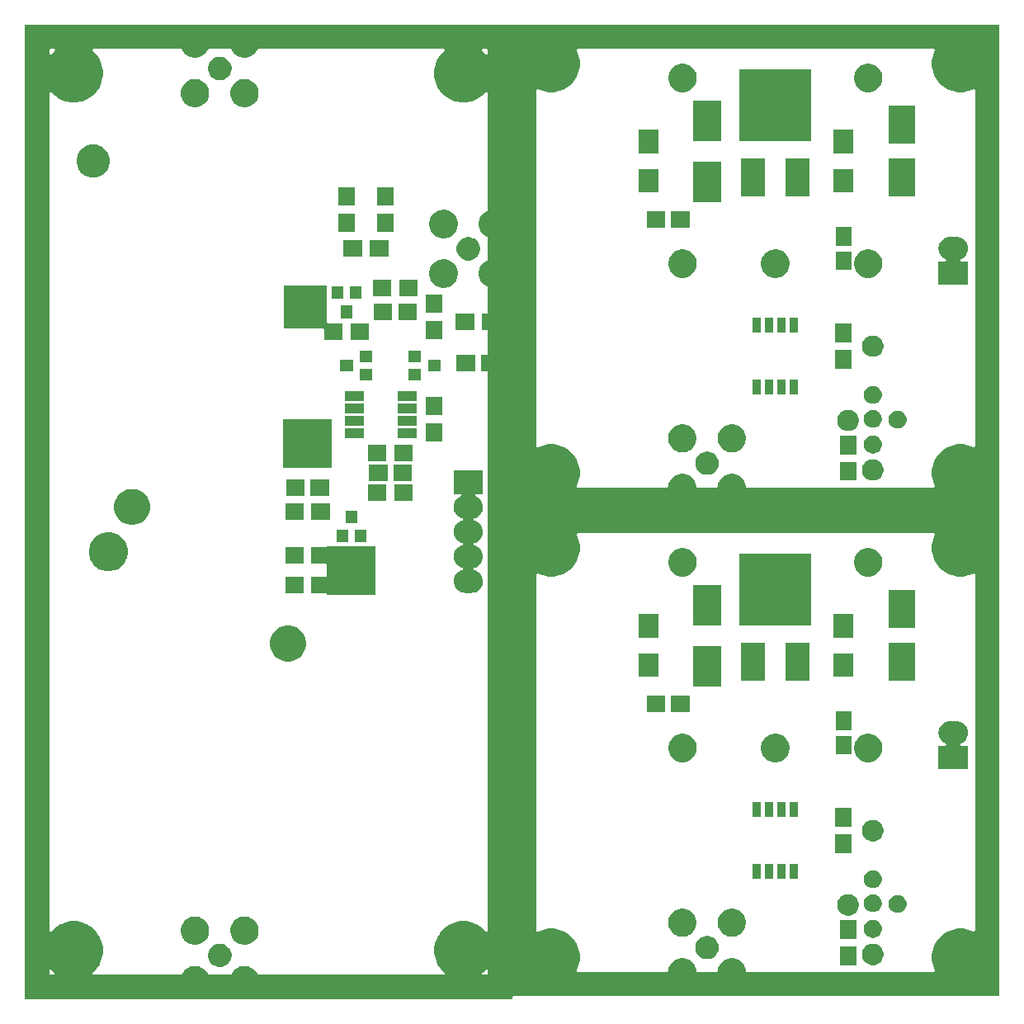
<source format=gbs>
G04 #@! TF.GenerationSoftware,KiCad,Pcbnew,(5.1.5)-3*
G04 #@! TF.CreationDate,2021-12-07T14:22:12+01:00*
G04 #@! TF.ProjectId,dual_ocxo_themis,6475616c-5f6f-4637-986f-5f7468656d69,rev?*
G04 #@! TF.SameCoordinates,Original*
G04 #@! TF.FileFunction,Soldermask,Bot*
G04 #@! TF.FilePolarity,Negative*
%FSLAX46Y46*%
G04 Gerber Fmt 4.6, Leading zero omitted, Abs format (unit mm)*
G04 Created by KiCad (PCBNEW (5.1.5)-3) date 2021-12-07 14:22:12*
%MOMM*%
%LPD*%
G04 APERTURE LIST*
%ADD10C,0.100000*%
G04 APERTURE END LIST*
D10*
G36*
X130000000Y-144700000D02*
G01*
X80124999Y-144700000D01*
X80100613Y-144702402D01*
X80077164Y-144709515D01*
X80055553Y-144721066D01*
X80036611Y-144736611D01*
X80021066Y-144755553D01*
X80009515Y-144777164D01*
X80002402Y-144800613D01*
X80000000Y-144824999D01*
X80000000Y-145000000D01*
X30000000Y-145000000D01*
X30000000Y-142044416D01*
X32500000Y-142044416D01*
X32500000Y-142375001D01*
X32502402Y-142399387D01*
X32509515Y-142422836D01*
X32521066Y-142444447D01*
X32536611Y-142463389D01*
X32555553Y-142478934D01*
X32577164Y-142490485D01*
X32600613Y-142497598D01*
X32624999Y-142500000D01*
X32955584Y-142500000D01*
X32979970Y-142497598D01*
X33003419Y-142490485D01*
X33025030Y-142478934D01*
X33043972Y-142463389D01*
X33059517Y-142444447D01*
X33071068Y-142422836D01*
X33078181Y-142399387D01*
X33080583Y-142375001D01*
X33078181Y-142350615D01*
X33071068Y-142327166D01*
X33059517Y-142305555D01*
X33043972Y-142286613D01*
X32713387Y-141956028D01*
X32694445Y-141940483D01*
X32672834Y-141928932D01*
X32649385Y-141921819D01*
X32624999Y-141919417D01*
X32600613Y-141921819D01*
X32577164Y-141928932D01*
X32555553Y-141940483D01*
X32536611Y-141956028D01*
X32521066Y-141974970D01*
X32509515Y-141996581D01*
X32502402Y-142020030D01*
X32500000Y-142044416D01*
X30000000Y-142044416D01*
X30000000Y-52044416D01*
X32500000Y-52044416D01*
X32500000Y-137955584D01*
X32502402Y-137979970D01*
X32509515Y-138003419D01*
X32521066Y-138025030D01*
X32536611Y-138043972D01*
X32555553Y-138059517D01*
X32577164Y-138071068D01*
X32600613Y-138078181D01*
X32624999Y-138080583D01*
X32649385Y-138078181D01*
X32672834Y-138071068D01*
X32694445Y-138059517D01*
X32713387Y-138043972D01*
X33087612Y-137669747D01*
X33544870Y-137364217D01*
X33578967Y-137341434D01*
X33672284Y-137302781D01*
X33936025Y-137193536D01*
X34124932Y-137115288D01*
X34375792Y-137065389D01*
X34704524Y-137000000D01*
X35295476Y-137000000D01*
X35624208Y-137065389D01*
X35875068Y-137115288D01*
X36063975Y-137193536D01*
X36327717Y-137302781D01*
X36421033Y-137341434D01*
X36455130Y-137364217D01*
X36912388Y-137669747D01*
X37330253Y-138087612D01*
X37462838Y-138286040D01*
X37641864Y-138553970D01*
X37658567Y-138578969D01*
X37716984Y-138720000D01*
X37884712Y-139124932D01*
X37920062Y-139302651D01*
X37998860Y-139698792D01*
X38000000Y-139704526D01*
X38000000Y-140295474D01*
X37884712Y-140875068D01*
X37804726Y-141068172D01*
X37658567Y-141421031D01*
X37330253Y-141912388D01*
X36956028Y-142286613D01*
X36940483Y-142305555D01*
X36928932Y-142327166D01*
X36921819Y-142350615D01*
X36919417Y-142375001D01*
X36921819Y-142399387D01*
X36928932Y-142422836D01*
X36940483Y-142444447D01*
X36956028Y-142463389D01*
X36974970Y-142478934D01*
X36996581Y-142490485D01*
X37020030Y-142497598D01*
X37044416Y-142500000D01*
X46031032Y-142500000D01*
X46055418Y-142497598D01*
X46078867Y-142490485D01*
X46100478Y-142478934D01*
X46119420Y-142463389D01*
X46134965Y-142444447D01*
X46146516Y-142422836D01*
X46175310Y-142353320D01*
X46302218Y-142163389D01*
X46333960Y-142115883D01*
X46535883Y-141913960D01*
X46773319Y-141755311D01*
X46773321Y-141755310D01*
X47037145Y-141646030D01*
X47317218Y-141590320D01*
X47602782Y-141590320D01*
X47882855Y-141646030D01*
X48146679Y-141755310D01*
X48146681Y-141755311D01*
X48384117Y-141913960D01*
X48586040Y-142115883D01*
X48617782Y-142163389D01*
X48744690Y-142353320D01*
X48773484Y-142422836D01*
X48785035Y-142444447D01*
X48800580Y-142463389D01*
X48819522Y-142478934D01*
X48841133Y-142490485D01*
X48864582Y-142497598D01*
X48888968Y-142500000D01*
X51111032Y-142500000D01*
X51135418Y-142497598D01*
X51158867Y-142490485D01*
X51180478Y-142478934D01*
X51199420Y-142463389D01*
X51214965Y-142444447D01*
X51226516Y-142422836D01*
X51255310Y-142353320D01*
X51382218Y-142163389D01*
X51413960Y-142115883D01*
X51615883Y-141913960D01*
X51853319Y-141755311D01*
X51853321Y-141755310D01*
X52117145Y-141646030D01*
X52397218Y-141590320D01*
X52682782Y-141590320D01*
X52962855Y-141646030D01*
X53226679Y-141755310D01*
X53226681Y-141755311D01*
X53464117Y-141913960D01*
X53666040Y-142115883D01*
X53697782Y-142163389D01*
X53824690Y-142353320D01*
X53853484Y-142422836D01*
X53865035Y-142444447D01*
X53880580Y-142463389D01*
X53899522Y-142478934D01*
X53921133Y-142490485D01*
X53944582Y-142497598D01*
X53968968Y-142500000D01*
X72955584Y-142500000D01*
X72979970Y-142497598D01*
X73003419Y-142490485D01*
X73025030Y-142478934D01*
X73043972Y-142463389D01*
X73059517Y-142444447D01*
X73071068Y-142422836D01*
X73078181Y-142399387D01*
X73080583Y-142375001D01*
X76919417Y-142375001D01*
X76921819Y-142399387D01*
X76928932Y-142422836D01*
X76940483Y-142444447D01*
X76956028Y-142463389D01*
X76974970Y-142478934D01*
X76996581Y-142490485D01*
X77020030Y-142497598D01*
X77044416Y-142500000D01*
X77375001Y-142500000D01*
X77399387Y-142497598D01*
X77422836Y-142490485D01*
X77444447Y-142478934D01*
X77463389Y-142463389D01*
X77478934Y-142444447D01*
X77490485Y-142422836D01*
X77497598Y-142399387D01*
X77500000Y-142375001D01*
X77500000Y-142044416D01*
X77497598Y-142020030D01*
X77490485Y-141996581D01*
X77478934Y-141974970D01*
X77463389Y-141956028D01*
X77444447Y-141940483D01*
X77422836Y-141928932D01*
X77399387Y-141921819D01*
X77375001Y-141919417D01*
X77350615Y-141921819D01*
X77327166Y-141928932D01*
X77305555Y-141940483D01*
X77286613Y-141956028D01*
X76956028Y-142286613D01*
X76940483Y-142305555D01*
X76928932Y-142327166D01*
X76921819Y-142350615D01*
X76919417Y-142375001D01*
X73080583Y-142375001D01*
X73078181Y-142350615D01*
X73071068Y-142327166D01*
X73059517Y-142305555D01*
X73043972Y-142286613D01*
X72669747Y-141912388D01*
X72341433Y-141421031D01*
X72195274Y-141068172D01*
X72115288Y-140875068D01*
X72000000Y-140295474D01*
X72000000Y-139704526D01*
X72001141Y-139698792D01*
X72079938Y-139302651D01*
X72115288Y-139124932D01*
X72283016Y-138720000D01*
X72341433Y-138578969D01*
X72358137Y-138553970D01*
X72537162Y-138286040D01*
X72669747Y-138087612D01*
X73087612Y-137669747D01*
X73544870Y-137364217D01*
X73578967Y-137341434D01*
X73672284Y-137302781D01*
X73936025Y-137193536D01*
X74124932Y-137115288D01*
X74375792Y-137065389D01*
X74704524Y-137000000D01*
X75295476Y-137000000D01*
X75624208Y-137065389D01*
X75875068Y-137115288D01*
X76063975Y-137193536D01*
X76327717Y-137302781D01*
X76421033Y-137341434D01*
X76455130Y-137364217D01*
X76912388Y-137669747D01*
X77286613Y-138043972D01*
X77305555Y-138059517D01*
X77327166Y-138071068D01*
X77350615Y-138078181D01*
X77375001Y-138080583D01*
X77399387Y-138078181D01*
X77422836Y-138071068D01*
X77444447Y-138059517D01*
X77463389Y-138043972D01*
X77478934Y-138025030D01*
X77490485Y-138003419D01*
X77497598Y-137979970D01*
X77500000Y-137955584D01*
X77500000Y-101458811D01*
X82500000Y-101458811D01*
X82500000Y-137941189D01*
X82502402Y-137965575D01*
X82509515Y-137989024D01*
X82521066Y-138010635D01*
X82536611Y-138029577D01*
X82555553Y-138045122D01*
X82577164Y-138056673D01*
X82600613Y-138063786D01*
X82624999Y-138066188D01*
X82649385Y-138063786D01*
X82672834Y-138056673D01*
X83139518Y-137863366D01*
X83709449Y-137750000D01*
X84290551Y-137750000D01*
X84860482Y-137863366D01*
X85393419Y-138084116D01*
X85397349Y-138085744D01*
X85880516Y-138408585D01*
X86291415Y-138819484D01*
X86612825Y-139300510D01*
X86614257Y-139302653D01*
X86836634Y-139839518D01*
X86950000Y-140409449D01*
X86950000Y-140990551D01*
X86836634Y-141560482D01*
X86643327Y-142027166D01*
X86636214Y-142050615D01*
X86633812Y-142075001D01*
X86636214Y-142099387D01*
X86643327Y-142122836D01*
X86654878Y-142144447D01*
X86670423Y-142163389D01*
X86689365Y-142178934D01*
X86710976Y-142190485D01*
X86734425Y-142197598D01*
X86758811Y-142200000D01*
X95887292Y-142200000D01*
X95911678Y-142197598D01*
X95935127Y-142190485D01*
X95956738Y-142178934D01*
X95975680Y-142163389D01*
X95991225Y-142144447D01*
X96002776Y-142122836D01*
X96009889Y-142099387D01*
X96014740Y-142075001D01*
X96041497Y-141940483D01*
X96066030Y-141817145D01*
X96175310Y-141553321D01*
X96175311Y-141553319D01*
X96333960Y-141315883D01*
X96535883Y-141113960D01*
X96773319Y-140955311D01*
X96856044Y-140921045D01*
X97037145Y-140846030D01*
X97317218Y-140790320D01*
X97602782Y-140790320D01*
X97882855Y-140846030D01*
X98063956Y-140921045D01*
X98146681Y-140955311D01*
X98384117Y-141113960D01*
X98586040Y-141315883D01*
X98744689Y-141553319D01*
X98744690Y-141553321D01*
X98853970Y-141817145D01*
X98878503Y-141940483D01*
X98905261Y-142075001D01*
X98910111Y-142099387D01*
X98917224Y-142122836D01*
X98928775Y-142144447D01*
X98944320Y-142163388D01*
X98963262Y-142178934D01*
X98984873Y-142190485D01*
X99008322Y-142197598D01*
X99032708Y-142200000D01*
X100967292Y-142200000D01*
X100991678Y-142197598D01*
X101015127Y-142190485D01*
X101036738Y-142178934D01*
X101055680Y-142163389D01*
X101071225Y-142144447D01*
X101082776Y-142122836D01*
X101089889Y-142099387D01*
X101094740Y-142075001D01*
X101121497Y-141940483D01*
X101146030Y-141817145D01*
X101255310Y-141553321D01*
X101255311Y-141553319D01*
X101413960Y-141315883D01*
X101615883Y-141113960D01*
X101853319Y-140955311D01*
X101936044Y-140921045D01*
X102117145Y-140846030D01*
X102397218Y-140790320D01*
X102682782Y-140790320D01*
X102962855Y-140846030D01*
X103143956Y-140921045D01*
X103226681Y-140955311D01*
X103464117Y-141113960D01*
X103666040Y-141315883D01*
X103824689Y-141553319D01*
X103824690Y-141553321D01*
X103933970Y-141817145D01*
X103958503Y-141940483D01*
X103985261Y-142075001D01*
X103990111Y-142099387D01*
X103997224Y-142122836D01*
X104008775Y-142144447D01*
X104024320Y-142163388D01*
X104043262Y-142178934D01*
X104064873Y-142190485D01*
X104088322Y-142197598D01*
X104112708Y-142200000D01*
X123241189Y-142200000D01*
X123265575Y-142197598D01*
X123289024Y-142190485D01*
X123310635Y-142178934D01*
X123329577Y-142163389D01*
X123345122Y-142144447D01*
X123356673Y-142122836D01*
X123363786Y-142099387D01*
X123366188Y-142075001D01*
X123363786Y-142050615D01*
X123356673Y-142027166D01*
X123163366Y-141560482D01*
X123050000Y-140990551D01*
X123050000Y-140409449D01*
X123163366Y-139839518D01*
X123385743Y-139302653D01*
X123387175Y-139300510D01*
X123708585Y-138819484D01*
X124119484Y-138408585D01*
X124602651Y-138085744D01*
X124606581Y-138084116D01*
X125139518Y-137863366D01*
X125709449Y-137750000D01*
X126290551Y-137750000D01*
X126860482Y-137863366D01*
X127327166Y-138056673D01*
X127350615Y-138063786D01*
X127375001Y-138066188D01*
X127399387Y-138063786D01*
X127422836Y-138056673D01*
X127444447Y-138045122D01*
X127463389Y-138029577D01*
X127478934Y-138010635D01*
X127490485Y-137989024D01*
X127497598Y-137965575D01*
X127500000Y-137941189D01*
X127500000Y-101458811D01*
X127497598Y-101434425D01*
X127490485Y-101410976D01*
X127478934Y-101389365D01*
X127463389Y-101370423D01*
X127444447Y-101354878D01*
X127422836Y-101343327D01*
X127399387Y-101336214D01*
X127375001Y-101333812D01*
X127350615Y-101336214D01*
X127327166Y-101343327D01*
X126860482Y-101536634D01*
X126290551Y-101650000D01*
X125709449Y-101650000D01*
X125139518Y-101536634D01*
X124602653Y-101314257D01*
X124602652Y-101314257D01*
X124602651Y-101314256D01*
X124119484Y-100991415D01*
X123708585Y-100580516D01*
X123385744Y-100097349D01*
X123362588Y-100041445D01*
X123163366Y-99560482D01*
X123050000Y-98990551D01*
X123050000Y-98409449D01*
X123163366Y-97839518D01*
X123356673Y-97372834D01*
X123363786Y-97349385D01*
X123366188Y-97324999D01*
X123363786Y-97300613D01*
X123356673Y-97277164D01*
X123345122Y-97255553D01*
X123329577Y-97236611D01*
X123310635Y-97221066D01*
X123289024Y-97209515D01*
X123265575Y-97202402D01*
X123241189Y-97200000D01*
X86758811Y-97200000D01*
X86734425Y-97202402D01*
X86710976Y-97209515D01*
X86689365Y-97221066D01*
X86670423Y-97236611D01*
X86654878Y-97255553D01*
X86643327Y-97277164D01*
X86636214Y-97300613D01*
X86633812Y-97324999D01*
X86636214Y-97349385D01*
X86643327Y-97372834D01*
X86836634Y-97839518D01*
X86950000Y-98409449D01*
X86950000Y-98990551D01*
X86836634Y-99560482D01*
X86637412Y-100041445D01*
X86614256Y-100097349D01*
X86291415Y-100580516D01*
X85880516Y-100991415D01*
X85397349Y-101314256D01*
X85397348Y-101314257D01*
X85397347Y-101314257D01*
X84860482Y-101536634D01*
X84290551Y-101650000D01*
X83709449Y-101650000D01*
X83139518Y-101536634D01*
X82672834Y-101343327D01*
X82649385Y-101336214D01*
X82624999Y-101333812D01*
X82600613Y-101336214D01*
X82577164Y-101343327D01*
X82555553Y-101354878D01*
X82536611Y-101370423D01*
X82521066Y-101389365D01*
X82509515Y-101410976D01*
X82502402Y-101434425D01*
X82500000Y-101458811D01*
X77500000Y-101458811D01*
X77500000Y-80699999D01*
X77497598Y-80675613D01*
X77490485Y-80652164D01*
X77478934Y-80630553D01*
X77463389Y-80611611D01*
X77444447Y-80596066D01*
X77422836Y-80584515D01*
X77399387Y-80577402D01*
X77375001Y-80575000D01*
X76800000Y-80575000D01*
X76800000Y-78925000D01*
X77375001Y-78925000D01*
X77399387Y-78922598D01*
X77422836Y-78915485D01*
X77444447Y-78903934D01*
X77463389Y-78888389D01*
X77478934Y-78869447D01*
X77490485Y-78847836D01*
X77497598Y-78824387D01*
X77500000Y-78800001D01*
X77500000Y-76474999D01*
X77497598Y-76450613D01*
X77490485Y-76427164D01*
X77478934Y-76405553D01*
X77463389Y-76386611D01*
X77444447Y-76371066D01*
X77422836Y-76359515D01*
X77399387Y-76352402D01*
X77375001Y-76350000D01*
X76900000Y-76350000D01*
X76900000Y-74650000D01*
X77375001Y-74650000D01*
X77399387Y-74647598D01*
X77422836Y-74640485D01*
X77444447Y-74628934D01*
X77463389Y-74613389D01*
X77478934Y-74594447D01*
X77490485Y-74572836D01*
X77497598Y-74549387D01*
X77500000Y-74525001D01*
X77500000Y-71968968D01*
X77497598Y-71944582D01*
X77490485Y-71921133D01*
X77478934Y-71899522D01*
X77463389Y-71880580D01*
X77444447Y-71865035D01*
X77422836Y-71853484D01*
X77353320Y-71824690D01*
X77274533Y-71772046D01*
X77115883Y-71666040D01*
X76913960Y-71464117D01*
X76755311Y-71226681D01*
X76755310Y-71226679D01*
X76646030Y-70962855D01*
X76590320Y-70682782D01*
X76590320Y-70397218D01*
X76646030Y-70117145D01*
X76755310Y-69853321D01*
X76755311Y-69853319D01*
X76913960Y-69615883D01*
X77115883Y-69413960D01*
X77308527Y-69285240D01*
X77353320Y-69255310D01*
X77422836Y-69226516D01*
X77444447Y-69214965D01*
X77463389Y-69199420D01*
X77478934Y-69180478D01*
X77490485Y-69158867D01*
X77497598Y-69135418D01*
X77500000Y-69111032D01*
X77500000Y-66888968D01*
X77497598Y-66864582D01*
X77490485Y-66841133D01*
X77478934Y-66819522D01*
X77463389Y-66800580D01*
X77444447Y-66785035D01*
X77422836Y-66773484D01*
X77353320Y-66744690D01*
X77274533Y-66692046D01*
X77115883Y-66586040D01*
X76913960Y-66384117D01*
X76755311Y-66146681D01*
X76755310Y-66146679D01*
X76646030Y-65882855D01*
X76590320Y-65602782D01*
X76590320Y-65317218D01*
X76646030Y-65037145D01*
X76755310Y-64773321D01*
X76755311Y-64773319D01*
X76913960Y-64535883D01*
X77115883Y-64333960D01*
X77353319Y-64175311D01*
X77353320Y-64175310D01*
X77422836Y-64146516D01*
X77444447Y-64134965D01*
X77463389Y-64119420D01*
X77478934Y-64100478D01*
X77490485Y-64078867D01*
X77497598Y-64055418D01*
X77500000Y-64031032D01*
X77500000Y-52044416D01*
X77497598Y-52020030D01*
X77490485Y-51996581D01*
X77478934Y-51974970D01*
X77463389Y-51956028D01*
X77444447Y-51940483D01*
X77422836Y-51928932D01*
X77399387Y-51921819D01*
X77375001Y-51919417D01*
X77350615Y-51921819D01*
X77327166Y-51928932D01*
X77305555Y-51940483D01*
X77286613Y-51956028D01*
X76912389Y-52330252D01*
X76421033Y-52658566D01*
X75875068Y-52884712D01*
X75681870Y-52923141D01*
X75295476Y-53000000D01*
X74704524Y-53000000D01*
X74318130Y-52923141D01*
X74124932Y-52884712D01*
X73578967Y-52658566D01*
X73087611Y-52330252D01*
X72669748Y-51912389D01*
X72659612Y-51897219D01*
X72567131Y-51758811D01*
X82500000Y-51758811D01*
X82500000Y-88241189D01*
X82502402Y-88265575D01*
X82509515Y-88289024D01*
X82521066Y-88310635D01*
X82536611Y-88329577D01*
X82555553Y-88345122D01*
X82577164Y-88356673D01*
X82600613Y-88363786D01*
X82624999Y-88366188D01*
X82649385Y-88363786D01*
X82672834Y-88356673D01*
X83139518Y-88163366D01*
X83709449Y-88050000D01*
X84290551Y-88050000D01*
X84860482Y-88163366D01*
X85355366Y-88368354D01*
X85397349Y-88385744D01*
X85880516Y-88708585D01*
X86291415Y-89119484D01*
X86614256Y-89602651D01*
X86614257Y-89602653D01*
X86836634Y-90139518D01*
X86950000Y-90709449D01*
X86950000Y-91290551D01*
X86836634Y-91860482D01*
X86643327Y-92327166D01*
X86636214Y-92350615D01*
X86633812Y-92375001D01*
X86636214Y-92399387D01*
X86643327Y-92422836D01*
X86654878Y-92444447D01*
X86670423Y-92463389D01*
X86689365Y-92478934D01*
X86710976Y-92490485D01*
X86734425Y-92497598D01*
X86758811Y-92500000D01*
X95887292Y-92500000D01*
X95911678Y-92497598D01*
X95935127Y-92490485D01*
X95956738Y-92478934D01*
X95975680Y-92463389D01*
X95991225Y-92444447D01*
X96002776Y-92422836D01*
X96009889Y-92399387D01*
X96014740Y-92375001D01*
X96059495Y-92150000D01*
X96066030Y-92117145D01*
X96175310Y-91853321D01*
X96194233Y-91825000D01*
X96333960Y-91615883D01*
X96535883Y-91413960D01*
X96773319Y-91255311D01*
X96856044Y-91221045D01*
X97037145Y-91146030D01*
X97317218Y-91090320D01*
X97602782Y-91090320D01*
X97882855Y-91146030D01*
X98063956Y-91221045D01*
X98146681Y-91255311D01*
X98384117Y-91413960D01*
X98586040Y-91615883D01*
X98725767Y-91825000D01*
X98744690Y-91853321D01*
X98853970Y-92117145D01*
X98860505Y-92150000D01*
X98905261Y-92375001D01*
X98910111Y-92399387D01*
X98917224Y-92422836D01*
X98928775Y-92444447D01*
X98944320Y-92463388D01*
X98963262Y-92478934D01*
X98984873Y-92490485D01*
X99008322Y-92497598D01*
X99032708Y-92500000D01*
X100967292Y-92500000D01*
X100991678Y-92497598D01*
X101015127Y-92490485D01*
X101036738Y-92478934D01*
X101055680Y-92463389D01*
X101071225Y-92444447D01*
X101082776Y-92422836D01*
X101089889Y-92399387D01*
X101094740Y-92375001D01*
X101139495Y-92150000D01*
X101146030Y-92117145D01*
X101255310Y-91853321D01*
X101274233Y-91825000D01*
X101413960Y-91615883D01*
X101615883Y-91413960D01*
X101853319Y-91255311D01*
X101936044Y-91221045D01*
X102117145Y-91146030D01*
X102397218Y-91090320D01*
X102682782Y-91090320D01*
X102962855Y-91146030D01*
X103143956Y-91221045D01*
X103226681Y-91255311D01*
X103464117Y-91413960D01*
X103666040Y-91615883D01*
X103805767Y-91825000D01*
X103824690Y-91853321D01*
X103933970Y-92117145D01*
X103940505Y-92150000D01*
X103985261Y-92375001D01*
X103990111Y-92399387D01*
X103997224Y-92422836D01*
X104008775Y-92444447D01*
X104024320Y-92463388D01*
X104043262Y-92478934D01*
X104064873Y-92490485D01*
X104088322Y-92497598D01*
X104112708Y-92500000D01*
X123241189Y-92500000D01*
X123265575Y-92497598D01*
X123289024Y-92490485D01*
X123310635Y-92478934D01*
X123329577Y-92463389D01*
X123345122Y-92444447D01*
X123356673Y-92422836D01*
X123363786Y-92399387D01*
X123366188Y-92375001D01*
X123363786Y-92350615D01*
X123356673Y-92327166D01*
X123163366Y-91860482D01*
X123050000Y-91290551D01*
X123050000Y-90709449D01*
X123163366Y-90139518D01*
X123385743Y-89602653D01*
X123385744Y-89602651D01*
X123708585Y-89119484D01*
X124119484Y-88708585D01*
X124602651Y-88385744D01*
X124644634Y-88368354D01*
X125139518Y-88163366D01*
X125709449Y-88050000D01*
X126290551Y-88050000D01*
X126860482Y-88163366D01*
X127327166Y-88356673D01*
X127350615Y-88363786D01*
X127375001Y-88366188D01*
X127399387Y-88363786D01*
X127422836Y-88356673D01*
X127444447Y-88345122D01*
X127463389Y-88329577D01*
X127478934Y-88310635D01*
X127490485Y-88289024D01*
X127497598Y-88265575D01*
X127500000Y-88241189D01*
X127500000Y-51758811D01*
X127497598Y-51734425D01*
X127490485Y-51710976D01*
X127478934Y-51689365D01*
X127463389Y-51670423D01*
X127444447Y-51654878D01*
X127422836Y-51643327D01*
X127399387Y-51636214D01*
X127375001Y-51633812D01*
X127350615Y-51636214D01*
X127327166Y-51643327D01*
X126860482Y-51836634D01*
X126290551Y-51950000D01*
X125709449Y-51950000D01*
X125139518Y-51836634D01*
X124602653Y-51614257D01*
X124602652Y-51614257D01*
X124602651Y-51614256D01*
X124119484Y-51291415D01*
X123708585Y-50880516D01*
X123385744Y-50397349D01*
X123358753Y-50332187D01*
X123163366Y-49860482D01*
X123050000Y-49290551D01*
X123050000Y-48709449D01*
X123163366Y-48139518D01*
X123356673Y-47672834D01*
X123363786Y-47649385D01*
X123366188Y-47624999D01*
X123363786Y-47600613D01*
X123356673Y-47577164D01*
X123345122Y-47555553D01*
X123329577Y-47536611D01*
X123310635Y-47521066D01*
X123289024Y-47509515D01*
X123265575Y-47502402D01*
X123241189Y-47500000D01*
X86758811Y-47500000D01*
X86734425Y-47502402D01*
X86710976Y-47509515D01*
X86689365Y-47521066D01*
X86670423Y-47536611D01*
X86654878Y-47555553D01*
X86643327Y-47577164D01*
X86636214Y-47600613D01*
X86633812Y-47624999D01*
X86636214Y-47649385D01*
X86643327Y-47672834D01*
X86836634Y-48139518D01*
X86950000Y-48709449D01*
X86950000Y-49290551D01*
X86836634Y-49860482D01*
X86641247Y-50332187D01*
X86614256Y-50397349D01*
X86291415Y-50880516D01*
X85880516Y-51291415D01*
X85397349Y-51614256D01*
X85397348Y-51614257D01*
X85397347Y-51614257D01*
X84860482Y-51836634D01*
X84290551Y-51950000D01*
X83709449Y-51950000D01*
X83139518Y-51836634D01*
X82672834Y-51643327D01*
X82649385Y-51636214D01*
X82624999Y-51633812D01*
X82600613Y-51636214D01*
X82577164Y-51643327D01*
X82555553Y-51654878D01*
X82536611Y-51670423D01*
X82521066Y-51689365D01*
X82509515Y-51710976D01*
X82502402Y-51734425D01*
X82500000Y-51758811D01*
X72567131Y-51758811D01*
X72341433Y-51421031D01*
X72124766Y-50897949D01*
X72115288Y-50875068D01*
X72020264Y-50397349D01*
X72000000Y-50295476D01*
X72000000Y-49704524D01*
X72110277Y-49150123D01*
X72115288Y-49124932D01*
X72341434Y-48578967D01*
X72669748Y-48087611D01*
X73043972Y-47713387D01*
X73059517Y-47694445D01*
X73071068Y-47672834D01*
X73078181Y-47649385D01*
X73080583Y-47624999D01*
X76919417Y-47624999D01*
X76921819Y-47649385D01*
X76928932Y-47672834D01*
X76940483Y-47694445D01*
X76956028Y-47713387D01*
X77286613Y-48043972D01*
X77305555Y-48059517D01*
X77327166Y-48071068D01*
X77350615Y-48078181D01*
X77375001Y-48080583D01*
X77399387Y-48078181D01*
X77422836Y-48071068D01*
X77444447Y-48059517D01*
X77463389Y-48043972D01*
X77478934Y-48025030D01*
X77490485Y-48003419D01*
X77497598Y-47979970D01*
X77500000Y-47955584D01*
X77500000Y-47624999D01*
X77497598Y-47600613D01*
X77490485Y-47577164D01*
X77478934Y-47555553D01*
X77463389Y-47536611D01*
X77444447Y-47521066D01*
X77422836Y-47509515D01*
X77399387Y-47502402D01*
X77375001Y-47500000D01*
X77044416Y-47500000D01*
X77020030Y-47502402D01*
X76996581Y-47509515D01*
X76974970Y-47521066D01*
X76956028Y-47536611D01*
X76940483Y-47555553D01*
X76928932Y-47577164D01*
X76921819Y-47600613D01*
X76919417Y-47624999D01*
X73080583Y-47624999D01*
X73078181Y-47600613D01*
X73071068Y-47577164D01*
X73059517Y-47555553D01*
X73043972Y-47536611D01*
X73025030Y-47521066D01*
X73003419Y-47509515D01*
X72979970Y-47502402D01*
X72955584Y-47500000D01*
X53968968Y-47500000D01*
X53944582Y-47502402D01*
X53921133Y-47509515D01*
X53899522Y-47521066D01*
X53880580Y-47536611D01*
X53865035Y-47555553D01*
X53853484Y-47577164D01*
X53824690Y-47646680D01*
X53809276Y-47669748D01*
X53666040Y-47884117D01*
X53464117Y-48086040D01*
X53226681Y-48244689D01*
X53226680Y-48244690D01*
X53226679Y-48244690D01*
X52962855Y-48353970D01*
X52682782Y-48409680D01*
X52397218Y-48409680D01*
X52117145Y-48353970D01*
X51853321Y-48244690D01*
X51853320Y-48244690D01*
X51853319Y-48244689D01*
X51615883Y-48086040D01*
X51413960Y-47884117D01*
X51270724Y-47669748D01*
X51255310Y-47646680D01*
X51226516Y-47577164D01*
X51214965Y-47555553D01*
X51199420Y-47536611D01*
X51180478Y-47521066D01*
X51158867Y-47509515D01*
X51135418Y-47502402D01*
X51111032Y-47500000D01*
X48888968Y-47500000D01*
X48864582Y-47502402D01*
X48841133Y-47509515D01*
X48819522Y-47521066D01*
X48800580Y-47536611D01*
X48785035Y-47555553D01*
X48773484Y-47577164D01*
X48744690Y-47646680D01*
X48729276Y-47669748D01*
X48586040Y-47884117D01*
X48384117Y-48086040D01*
X48146681Y-48244689D01*
X48146680Y-48244690D01*
X48146679Y-48244690D01*
X47882855Y-48353970D01*
X47602782Y-48409680D01*
X47317218Y-48409680D01*
X47037145Y-48353970D01*
X46773321Y-48244690D01*
X46773320Y-48244690D01*
X46773319Y-48244689D01*
X46535883Y-48086040D01*
X46333960Y-47884117D01*
X46190724Y-47669748D01*
X46175310Y-47646680D01*
X46146516Y-47577164D01*
X46134965Y-47555553D01*
X46119420Y-47536611D01*
X46100478Y-47521066D01*
X46078867Y-47509515D01*
X46055418Y-47502402D01*
X46031032Y-47500000D01*
X37044416Y-47500000D01*
X37020030Y-47502402D01*
X36996581Y-47509515D01*
X36974970Y-47521066D01*
X36956028Y-47536611D01*
X36940483Y-47555553D01*
X36928932Y-47577164D01*
X36921819Y-47600613D01*
X36919417Y-47624999D01*
X36921819Y-47649385D01*
X36928932Y-47672834D01*
X36940483Y-47694445D01*
X36956028Y-47713387D01*
X37330252Y-48087611D01*
X37658566Y-48578967D01*
X37884712Y-49124932D01*
X37889723Y-49150123D01*
X38000000Y-49704524D01*
X38000000Y-50295476D01*
X37979736Y-50397349D01*
X37884712Y-50875068D01*
X37875234Y-50897949D01*
X37658567Y-51421031D01*
X37340389Y-51897219D01*
X37330252Y-51912389D01*
X36912389Y-52330252D01*
X36421033Y-52658566D01*
X35875068Y-52884712D01*
X35681870Y-52923141D01*
X35295476Y-53000000D01*
X34704524Y-53000000D01*
X34318130Y-52923141D01*
X34124932Y-52884712D01*
X33578967Y-52658566D01*
X33087611Y-52330252D01*
X32713387Y-51956028D01*
X32694445Y-51940483D01*
X32672834Y-51928932D01*
X32649385Y-51921819D01*
X32624999Y-51919417D01*
X32600613Y-51921819D01*
X32577164Y-51928932D01*
X32555553Y-51940483D01*
X32536611Y-51956028D01*
X32521066Y-51974970D01*
X32509515Y-51996581D01*
X32502402Y-52020030D01*
X32500000Y-52044416D01*
X30000000Y-52044416D01*
X30000000Y-47624999D01*
X32500000Y-47624999D01*
X32500000Y-47955584D01*
X32502402Y-47979970D01*
X32509515Y-48003419D01*
X32521066Y-48025030D01*
X32536611Y-48043972D01*
X32555553Y-48059517D01*
X32577164Y-48071068D01*
X32600613Y-48078181D01*
X32624999Y-48080583D01*
X32649385Y-48078181D01*
X32672834Y-48071068D01*
X32694445Y-48059517D01*
X32713387Y-48043972D01*
X33043972Y-47713387D01*
X33059517Y-47694445D01*
X33071068Y-47672834D01*
X33078181Y-47649385D01*
X33080583Y-47624999D01*
X33078181Y-47600613D01*
X33071068Y-47577164D01*
X33059517Y-47555553D01*
X33043972Y-47536611D01*
X33025030Y-47521066D01*
X33003419Y-47509515D01*
X32979970Y-47502402D01*
X32955584Y-47500000D01*
X32624999Y-47500000D01*
X32600613Y-47502402D01*
X32577164Y-47509515D01*
X32555553Y-47521066D01*
X32536611Y-47536611D01*
X32521066Y-47555553D01*
X32509515Y-47577164D01*
X32502402Y-47600613D01*
X32500000Y-47624999D01*
X30000000Y-47624999D01*
X30000000Y-45000000D01*
X130000000Y-45000000D01*
X130000000Y-144700000D01*
G37*
G36*
X50349877Y-139346605D02*
G01*
X50539605Y-139425193D01*
X50568172Y-139437026D01*
X50764630Y-139568295D01*
X50931705Y-139735370D01*
X51027647Y-139878957D01*
X51062975Y-139931830D01*
X51153395Y-140150123D01*
X51199490Y-140381859D01*
X51199490Y-140618141D01*
X51153395Y-140849877D01*
X51095126Y-140990550D01*
X51062974Y-141068172D01*
X50931705Y-141264630D01*
X50764630Y-141431705D01*
X50568172Y-141562974D01*
X50568171Y-141562975D01*
X50568170Y-141562975D01*
X50349877Y-141653395D01*
X50118141Y-141699490D01*
X49881859Y-141699490D01*
X49650123Y-141653395D01*
X49431830Y-141562975D01*
X49431829Y-141562975D01*
X49431828Y-141562974D01*
X49235370Y-141431705D01*
X49068295Y-141264630D01*
X48937026Y-141068172D01*
X48904874Y-140990550D01*
X48846605Y-140849877D01*
X48800510Y-140618141D01*
X48800510Y-140381859D01*
X48846605Y-140150123D01*
X48937025Y-139931830D01*
X48972354Y-139878957D01*
X49068295Y-139735370D01*
X49235370Y-139568295D01*
X49431828Y-139437026D01*
X49460395Y-139425193D01*
X49650123Y-139346605D01*
X49881859Y-139300510D01*
X50118141Y-139300510D01*
X50349877Y-139346605D01*
G37*
G36*
X52962855Y-136566030D02*
G01*
X53226679Y-136675310D01*
X53226681Y-136675311D01*
X53464117Y-136833960D01*
X53666040Y-137035883D01*
X53784742Y-137213534D01*
X53824690Y-137273321D01*
X53933970Y-137537145D01*
X53989680Y-137817218D01*
X53989680Y-138102782D01*
X53933970Y-138382855D01*
X53837690Y-138615294D01*
X53824689Y-138646681D01*
X53666040Y-138884117D01*
X53464117Y-139086040D01*
X53226681Y-139244689D01*
X53226680Y-139244690D01*
X53226679Y-139244690D01*
X52962855Y-139353970D01*
X52682782Y-139409680D01*
X52397218Y-139409680D01*
X52117145Y-139353970D01*
X51853321Y-139244690D01*
X51853320Y-139244690D01*
X51853319Y-139244689D01*
X51615883Y-139086040D01*
X51413960Y-138884117D01*
X51255311Y-138646681D01*
X51242310Y-138615294D01*
X51146030Y-138382855D01*
X51090320Y-138102782D01*
X51090320Y-137817218D01*
X51146030Y-137537145D01*
X51255310Y-137273321D01*
X51295258Y-137213534D01*
X51413960Y-137035883D01*
X51615883Y-136833960D01*
X51853319Y-136675311D01*
X51853321Y-136675310D01*
X52117145Y-136566030D01*
X52397218Y-136510320D01*
X52682782Y-136510320D01*
X52962855Y-136566030D01*
G37*
G36*
X47882855Y-136566030D02*
G01*
X48146679Y-136675310D01*
X48146681Y-136675311D01*
X48384117Y-136833960D01*
X48586040Y-137035883D01*
X48704742Y-137213534D01*
X48744690Y-137273321D01*
X48853970Y-137537145D01*
X48909680Y-137817218D01*
X48909680Y-138102782D01*
X48853970Y-138382855D01*
X48757690Y-138615294D01*
X48744689Y-138646681D01*
X48586040Y-138884117D01*
X48384117Y-139086040D01*
X48146681Y-139244689D01*
X48146680Y-139244690D01*
X48146679Y-139244690D01*
X47882855Y-139353970D01*
X47602782Y-139409680D01*
X47317218Y-139409680D01*
X47037145Y-139353970D01*
X46773321Y-139244690D01*
X46773320Y-139244690D01*
X46773319Y-139244689D01*
X46535883Y-139086040D01*
X46333960Y-138884117D01*
X46175311Y-138646681D01*
X46162310Y-138615294D01*
X46066030Y-138382855D01*
X46010320Y-138102782D01*
X46010320Y-137817218D01*
X46066030Y-137537145D01*
X46175310Y-137273321D01*
X46215258Y-137213534D01*
X46333960Y-137035883D01*
X46535883Y-136833960D01*
X46773319Y-136675311D01*
X46773321Y-136675310D01*
X47037145Y-136566030D01*
X47317218Y-136510320D01*
X47602782Y-136510320D01*
X47882855Y-136566030D01*
G37*
G36*
X57539624Y-106721094D02*
G01*
X57876302Y-106860551D01*
X57876303Y-106860552D01*
X58179306Y-107063011D01*
X58436989Y-107320694D01*
X58572268Y-107523154D01*
X58639449Y-107623698D01*
X58778906Y-107960376D01*
X58850000Y-108317790D01*
X58850000Y-108682210D01*
X58778906Y-109039624D01*
X58639449Y-109376302D01*
X58639448Y-109376303D01*
X58436989Y-109679306D01*
X58179306Y-109936989D01*
X57976846Y-110072268D01*
X57876302Y-110139449D01*
X57539624Y-110278906D01*
X57182210Y-110350000D01*
X56817790Y-110350000D01*
X56460376Y-110278906D01*
X56123698Y-110139449D01*
X56023154Y-110072268D01*
X55820694Y-109936989D01*
X55563011Y-109679306D01*
X55360552Y-109376303D01*
X55360551Y-109376302D01*
X55221094Y-109039624D01*
X55150000Y-108682210D01*
X55150000Y-108317790D01*
X55221094Y-107960376D01*
X55360551Y-107623698D01*
X55427732Y-107523154D01*
X55563011Y-107320694D01*
X55820694Y-107063011D01*
X56123697Y-106860552D01*
X56123698Y-106860551D01*
X56460376Y-106721094D01*
X56817790Y-106650000D01*
X57182210Y-106650000D01*
X57539624Y-106721094D01*
G37*
G36*
X66000000Y-103500000D02*
G01*
X61000000Y-103500000D01*
X61000000Y-103474999D01*
X60997598Y-103450613D01*
X60990485Y-103427164D01*
X60978934Y-103405553D01*
X60963389Y-103386611D01*
X60944447Y-103371066D01*
X60922836Y-103359515D01*
X60899387Y-103352402D01*
X60875001Y-103350000D01*
X59400000Y-103350000D01*
X59400000Y-101650000D01*
X60875001Y-101650000D01*
X60899387Y-101647598D01*
X60922836Y-101640485D01*
X60944447Y-101628934D01*
X60963389Y-101613389D01*
X60978934Y-101594447D01*
X60990485Y-101572836D01*
X60997598Y-101549387D01*
X61000000Y-101525001D01*
X61000000Y-100474999D01*
X60997598Y-100450613D01*
X60990485Y-100427164D01*
X60978934Y-100405553D01*
X60963389Y-100386611D01*
X60944447Y-100371066D01*
X60922836Y-100359515D01*
X60899387Y-100352402D01*
X60875001Y-100350000D01*
X59400000Y-100350000D01*
X59400000Y-98650000D01*
X60875001Y-98650000D01*
X60899387Y-98647598D01*
X60922836Y-98640485D01*
X60944447Y-98628934D01*
X60963389Y-98613389D01*
X60978934Y-98594447D01*
X60990485Y-98572836D01*
X60997598Y-98549387D01*
X61000000Y-98525001D01*
X61000000Y-98500000D01*
X66000000Y-98500000D01*
X66000000Y-103500000D01*
G37*
G36*
X58600000Y-103350000D02*
G01*
X56700000Y-103350000D01*
X56700000Y-101650000D01*
X58600000Y-101650000D01*
X58600000Y-103350000D01*
G37*
G36*
X77000000Y-93160000D02*
G01*
X76337686Y-93160000D01*
X76313300Y-93162402D01*
X76289851Y-93169515D01*
X76268240Y-93181066D01*
X76249298Y-93196611D01*
X76233753Y-93215553D01*
X76222202Y-93237164D01*
X76215089Y-93260613D01*
X76212687Y-93284999D01*
X76215089Y-93309385D01*
X76222202Y-93332834D01*
X76233753Y-93354445D01*
X76249298Y-93373387D01*
X76268240Y-93388932D01*
X76278762Y-93395238D01*
X76469910Y-93497408D01*
X76652634Y-93647366D01*
X76802592Y-93830090D01*
X76914018Y-94038555D01*
X76914019Y-94038558D01*
X76982637Y-94264759D01*
X77005806Y-94500000D01*
X76982637Y-94735241D01*
X76947825Y-94850000D01*
X76914018Y-94961445D01*
X76802592Y-95169910D01*
X76652634Y-95352634D01*
X76469910Y-95502592D01*
X76261445Y-95614018D01*
X76261442Y-95614019D01*
X76141563Y-95650384D01*
X76118927Y-95659761D01*
X76098552Y-95673374D01*
X76081225Y-95690701D01*
X76067612Y-95711076D01*
X76058234Y-95733715D01*
X76053454Y-95757748D01*
X76053454Y-95782252D01*
X76058234Y-95806285D01*
X76067612Y-95828924D01*
X76081225Y-95849299D01*
X76098552Y-95866626D01*
X76118927Y-95880239D01*
X76141563Y-95889616D01*
X76261442Y-95925981D01*
X76261445Y-95925982D01*
X76469910Y-96037408D01*
X76652634Y-96187366D01*
X76802592Y-96370090D01*
X76914018Y-96578555D01*
X76914019Y-96578558D01*
X76982637Y-96804759D01*
X77005806Y-97040000D01*
X76982637Y-97275241D01*
X76960145Y-97349385D01*
X76914018Y-97501445D01*
X76802592Y-97709910D01*
X76652634Y-97892634D01*
X76469910Y-98042592D01*
X76261445Y-98154018D01*
X76261442Y-98154019D01*
X76141563Y-98190384D01*
X76118927Y-98199761D01*
X76098552Y-98213374D01*
X76081225Y-98230701D01*
X76067612Y-98251076D01*
X76058234Y-98273715D01*
X76053454Y-98297748D01*
X76053454Y-98322252D01*
X76058234Y-98346285D01*
X76067612Y-98368924D01*
X76081225Y-98389299D01*
X76098552Y-98406626D01*
X76118927Y-98420239D01*
X76141563Y-98429616D01*
X76261442Y-98465981D01*
X76261445Y-98465982D01*
X76469910Y-98577408D01*
X76652634Y-98727366D01*
X76802592Y-98910090D01*
X76914018Y-99118555D01*
X76914019Y-99118558D01*
X76982637Y-99344759D01*
X77005806Y-99580000D01*
X76982637Y-99815241D01*
X76914019Y-100041442D01*
X76914018Y-100041445D01*
X76802592Y-100249910D01*
X76652634Y-100432634D01*
X76469910Y-100582592D01*
X76261445Y-100694018D01*
X76261442Y-100694019D01*
X76141563Y-100730384D01*
X76118927Y-100739761D01*
X76098552Y-100753374D01*
X76081225Y-100770701D01*
X76067612Y-100791076D01*
X76058234Y-100813715D01*
X76053454Y-100837748D01*
X76053454Y-100862252D01*
X76058234Y-100886285D01*
X76067612Y-100908924D01*
X76081225Y-100929299D01*
X76098552Y-100946626D01*
X76118927Y-100960239D01*
X76141563Y-100969616D01*
X76261442Y-101005981D01*
X76261445Y-101005982D01*
X76469910Y-101117408D01*
X76652634Y-101267366D01*
X76802592Y-101450090D01*
X76914018Y-101658555D01*
X76914019Y-101658558D01*
X76982637Y-101884759D01*
X77005806Y-102120000D01*
X76982637Y-102355241D01*
X76938724Y-102500000D01*
X76914018Y-102581445D01*
X76802592Y-102789910D01*
X76652634Y-102972634D01*
X76469910Y-103122592D01*
X76261445Y-103234018D01*
X76261442Y-103234019D01*
X76035241Y-103302637D01*
X75917714Y-103314212D01*
X75858951Y-103320000D01*
X75141049Y-103320000D01*
X75082286Y-103314212D01*
X74964759Y-103302637D01*
X74738558Y-103234019D01*
X74738555Y-103234018D01*
X74530090Y-103122592D01*
X74347366Y-102972634D01*
X74197408Y-102789910D01*
X74085982Y-102581445D01*
X74061276Y-102500000D01*
X74017363Y-102355241D01*
X73994194Y-102120000D01*
X74017363Y-101884759D01*
X74085981Y-101658558D01*
X74085982Y-101658555D01*
X74197408Y-101450090D01*
X74347366Y-101267366D01*
X74530090Y-101117408D01*
X74738555Y-101005982D01*
X74738558Y-101005981D01*
X74858437Y-100969616D01*
X74881073Y-100960239D01*
X74901448Y-100946626D01*
X74918775Y-100929299D01*
X74932388Y-100908924D01*
X74941766Y-100886285D01*
X74946546Y-100862252D01*
X74946546Y-100837748D01*
X74941766Y-100813715D01*
X74932388Y-100791076D01*
X74918775Y-100770701D01*
X74901448Y-100753374D01*
X74881073Y-100739761D01*
X74858437Y-100730384D01*
X74738558Y-100694019D01*
X74738555Y-100694018D01*
X74530090Y-100582592D01*
X74347366Y-100432634D01*
X74197408Y-100249910D01*
X74085982Y-100041445D01*
X74085981Y-100041442D01*
X74017363Y-99815241D01*
X73994194Y-99580000D01*
X74017363Y-99344759D01*
X74085981Y-99118558D01*
X74085982Y-99118555D01*
X74197408Y-98910090D01*
X74347366Y-98727366D01*
X74530090Y-98577408D01*
X74738555Y-98465982D01*
X74738558Y-98465981D01*
X74858437Y-98429616D01*
X74881073Y-98420239D01*
X74901448Y-98406626D01*
X74918775Y-98389299D01*
X74932388Y-98368924D01*
X74941766Y-98346285D01*
X74946546Y-98322252D01*
X74946546Y-98297748D01*
X74941766Y-98273715D01*
X74932388Y-98251076D01*
X74918775Y-98230701D01*
X74901448Y-98213374D01*
X74881073Y-98199761D01*
X74858437Y-98190384D01*
X74738558Y-98154019D01*
X74738555Y-98154018D01*
X74530090Y-98042592D01*
X74347366Y-97892634D01*
X74197408Y-97709910D01*
X74085982Y-97501445D01*
X74039855Y-97349385D01*
X74017363Y-97275241D01*
X73994194Y-97040000D01*
X74017363Y-96804759D01*
X74085981Y-96578558D01*
X74085982Y-96578555D01*
X74197408Y-96370090D01*
X74347366Y-96187366D01*
X74530090Y-96037408D01*
X74738555Y-95925982D01*
X74738558Y-95925981D01*
X74858437Y-95889616D01*
X74881073Y-95880239D01*
X74901448Y-95866626D01*
X74918775Y-95849299D01*
X74932388Y-95828924D01*
X74941766Y-95806285D01*
X74946546Y-95782252D01*
X74946546Y-95757748D01*
X74941766Y-95733715D01*
X74932388Y-95711076D01*
X74918775Y-95690701D01*
X74901448Y-95673374D01*
X74881073Y-95659761D01*
X74858437Y-95650384D01*
X74738558Y-95614019D01*
X74738555Y-95614018D01*
X74530090Y-95502592D01*
X74347366Y-95352634D01*
X74197408Y-95169910D01*
X74085982Y-94961445D01*
X74052175Y-94850000D01*
X74017363Y-94735241D01*
X73994194Y-94500000D01*
X74017363Y-94264759D01*
X74085981Y-94038558D01*
X74085982Y-94038555D01*
X74197408Y-93830090D01*
X74347366Y-93647366D01*
X74530090Y-93497408D01*
X74721238Y-93395238D01*
X74741612Y-93381625D01*
X74758939Y-93364298D01*
X74772553Y-93343923D01*
X74781931Y-93321285D01*
X74786711Y-93297251D01*
X74786711Y-93272747D01*
X74781931Y-93248714D01*
X74772553Y-93226075D01*
X74758940Y-93205701D01*
X74741613Y-93188374D01*
X74721238Y-93174760D01*
X74698600Y-93165382D01*
X74674566Y-93160602D01*
X74662314Y-93160000D01*
X74000000Y-93160000D01*
X74000000Y-90760000D01*
X77000000Y-90760000D01*
X77000000Y-93160000D01*
G37*
G36*
X39153377Y-97171858D02*
G01*
X39517353Y-97322622D01*
X39517355Y-97322623D01*
X39557407Y-97349385D01*
X39844925Y-97541498D01*
X40123502Y-97820075D01*
X40342378Y-98147647D01*
X40493142Y-98511623D01*
X40570000Y-98898016D01*
X40570000Y-99291984D01*
X40493142Y-99678377D01*
X40436451Y-99815241D01*
X40342377Y-100042355D01*
X40305631Y-100097349D01*
X40130458Y-100359515D01*
X40123501Y-100369926D01*
X39844926Y-100648501D01*
X39517355Y-100867377D01*
X39517354Y-100867378D01*
X39517353Y-100867378D01*
X39153377Y-101018142D01*
X38766984Y-101095000D01*
X38373016Y-101095000D01*
X37986623Y-101018142D01*
X37622647Y-100867378D01*
X37622646Y-100867378D01*
X37622645Y-100867377D01*
X37295074Y-100648501D01*
X37016499Y-100369926D01*
X37009543Y-100359515D01*
X36834369Y-100097349D01*
X36797623Y-100042355D01*
X36703549Y-99815241D01*
X36646858Y-99678377D01*
X36570000Y-99291984D01*
X36570000Y-98898016D01*
X36646858Y-98511623D01*
X36797622Y-98147647D01*
X37016498Y-97820075D01*
X37295075Y-97541498D01*
X37582593Y-97349385D01*
X37622645Y-97322623D01*
X37622647Y-97322622D01*
X37986623Y-97171858D01*
X38373016Y-97095000D01*
X38766984Y-97095000D01*
X39153377Y-97171858D01*
G37*
G36*
X58600000Y-100350000D02*
G01*
X56700000Y-100350000D01*
X56700000Y-98650000D01*
X58600000Y-98650000D01*
X58600000Y-100350000D01*
G37*
G36*
X65050000Y-98150000D02*
G01*
X63850000Y-98150000D01*
X63850000Y-96850000D01*
X65050000Y-96850000D01*
X65050000Y-98150000D01*
G37*
G36*
X63150000Y-98150000D02*
G01*
X61950000Y-98150000D01*
X61950000Y-96850000D01*
X63150000Y-96850000D01*
X63150000Y-98150000D01*
G37*
G36*
X41539624Y-92721094D02*
G01*
X41876302Y-92860551D01*
X41976846Y-92927732D01*
X42179306Y-93063011D01*
X42436989Y-93320694D01*
X42572268Y-93523154D01*
X42639449Y-93623698D01*
X42778906Y-93960376D01*
X42850000Y-94317790D01*
X42850000Y-94682210D01*
X42778906Y-95039624D01*
X42639449Y-95376302D01*
X42639448Y-95376303D01*
X42436989Y-95679306D01*
X42179306Y-95936989D01*
X42029016Y-96037409D01*
X41876302Y-96139449D01*
X41539624Y-96278906D01*
X41182210Y-96350000D01*
X40817790Y-96350000D01*
X40460376Y-96278906D01*
X40123698Y-96139449D01*
X39970984Y-96037409D01*
X39820694Y-95936989D01*
X39563011Y-95679306D01*
X39360552Y-95376303D01*
X39360551Y-95376302D01*
X39221094Y-95039624D01*
X39150000Y-94682210D01*
X39150000Y-94317790D01*
X39221094Y-93960376D01*
X39360551Y-93623698D01*
X39427732Y-93523154D01*
X39563011Y-93320694D01*
X39820694Y-93063011D01*
X40023154Y-92927732D01*
X40123698Y-92860551D01*
X40460376Y-92721094D01*
X40817790Y-92650000D01*
X41182210Y-92650000D01*
X41539624Y-92721094D01*
G37*
G36*
X64100000Y-96150000D02*
G01*
X62900000Y-96150000D01*
X62900000Y-94850000D01*
X64100000Y-94850000D01*
X64100000Y-96150000D01*
G37*
G36*
X61300000Y-95850000D02*
G01*
X59400000Y-95850000D01*
X59400000Y-94150000D01*
X61300000Y-94150000D01*
X61300000Y-95850000D01*
G37*
G36*
X58600000Y-95850000D02*
G01*
X56700000Y-95850000D01*
X56700000Y-94150000D01*
X58600000Y-94150000D01*
X58600000Y-95850000D01*
G37*
G36*
X69800000Y-93850000D02*
G01*
X67900000Y-93850000D01*
X67900000Y-92150000D01*
X69800000Y-92150000D01*
X69800000Y-93850000D01*
G37*
G36*
X67100000Y-93850000D02*
G01*
X65200000Y-93850000D01*
X65200000Y-92150000D01*
X67100000Y-92150000D01*
X67100000Y-93850000D01*
G37*
G36*
X61200000Y-93325000D02*
G01*
X59300000Y-93325000D01*
X59300000Y-91675000D01*
X61200000Y-91675000D01*
X61200000Y-93325000D01*
G37*
G36*
X58700000Y-93325000D02*
G01*
X56800000Y-93325000D01*
X56800000Y-91675000D01*
X58700000Y-91675000D01*
X58700000Y-93325000D01*
G37*
G36*
X69700000Y-91825000D02*
G01*
X67800000Y-91825000D01*
X67800000Y-90175000D01*
X69700000Y-90175000D01*
X69700000Y-91825000D01*
G37*
G36*
X67200000Y-91825000D02*
G01*
X65300000Y-91825000D01*
X65300000Y-90175000D01*
X67200000Y-90175000D01*
X67200000Y-91825000D01*
G37*
G36*
X61500000Y-90500000D02*
G01*
X56500000Y-90500000D01*
X56500000Y-85500000D01*
X61500000Y-85500000D01*
X61500000Y-90500000D01*
G37*
G36*
X69800000Y-89850000D02*
G01*
X67900000Y-89850000D01*
X67900000Y-88150000D01*
X69800000Y-88150000D01*
X69800000Y-89850000D01*
G37*
G36*
X67100000Y-89850000D02*
G01*
X65200000Y-89850000D01*
X65200000Y-88150000D01*
X67100000Y-88150000D01*
X67100000Y-89850000D01*
G37*
G36*
X72850000Y-87800000D02*
G01*
X71150000Y-87800000D01*
X71150000Y-85900000D01*
X72850000Y-85900000D01*
X72850000Y-87800000D01*
G37*
G36*
X64775000Y-87405000D02*
G01*
X62825000Y-87405000D01*
X62825000Y-86405000D01*
X64775000Y-86405000D01*
X64775000Y-87405000D01*
G37*
G36*
X70175000Y-87405000D02*
G01*
X68225000Y-87405000D01*
X68225000Y-86405000D01*
X70175000Y-86405000D01*
X70175000Y-87405000D01*
G37*
G36*
X70175000Y-86135000D02*
G01*
X68225000Y-86135000D01*
X68225000Y-85135000D01*
X70175000Y-85135000D01*
X70175000Y-86135000D01*
G37*
G36*
X64775000Y-86135000D02*
G01*
X62825000Y-86135000D01*
X62825000Y-85135000D01*
X64775000Y-85135000D01*
X64775000Y-86135000D01*
G37*
G36*
X72850000Y-85100000D02*
G01*
X71150000Y-85100000D01*
X71150000Y-83200000D01*
X72850000Y-83200000D01*
X72850000Y-85100000D01*
G37*
G36*
X70175000Y-84865000D02*
G01*
X68225000Y-84865000D01*
X68225000Y-83865000D01*
X70175000Y-83865000D01*
X70175000Y-84865000D01*
G37*
G36*
X64775000Y-84865000D02*
G01*
X62825000Y-84865000D01*
X62825000Y-83865000D01*
X64775000Y-83865000D01*
X64775000Y-84865000D01*
G37*
G36*
X64775000Y-83595000D02*
G01*
X62825000Y-83595000D01*
X62825000Y-82595000D01*
X64775000Y-82595000D01*
X64775000Y-83595000D01*
G37*
G36*
X70175000Y-83595000D02*
G01*
X68225000Y-83595000D01*
X68225000Y-82595000D01*
X70175000Y-82595000D01*
X70175000Y-83595000D01*
G37*
G36*
X70650000Y-81550000D02*
G01*
X69350000Y-81550000D01*
X69350000Y-80350000D01*
X70650000Y-80350000D01*
X70650000Y-81550000D01*
G37*
G36*
X65650000Y-81550000D02*
G01*
X64350000Y-81550000D01*
X64350000Y-80350000D01*
X65650000Y-80350000D01*
X65650000Y-81550000D01*
G37*
G36*
X63650000Y-80600000D02*
G01*
X62350000Y-80600000D01*
X62350000Y-79400000D01*
X63650000Y-79400000D01*
X63650000Y-80600000D01*
G37*
G36*
X72650000Y-80600000D02*
G01*
X71350000Y-80600000D01*
X71350000Y-79400000D01*
X72650000Y-79400000D01*
X72650000Y-80600000D01*
G37*
G36*
X76200000Y-80575000D02*
G01*
X74300000Y-80575000D01*
X74300000Y-78925000D01*
X76200000Y-78925000D01*
X76200000Y-80575000D01*
G37*
G36*
X70650000Y-79650000D02*
G01*
X69350000Y-79650000D01*
X69350000Y-78450000D01*
X70650000Y-78450000D01*
X70650000Y-79650000D01*
G37*
G36*
X65650000Y-79650000D02*
G01*
X64350000Y-79650000D01*
X64350000Y-78450000D01*
X65650000Y-78450000D01*
X65650000Y-79650000D01*
G37*
G36*
X65300000Y-77350000D02*
G01*
X63400000Y-77350000D01*
X63400000Y-75650000D01*
X65300000Y-75650000D01*
X65300000Y-77350000D01*
G37*
G36*
X61000000Y-75525001D02*
G01*
X61002402Y-75549387D01*
X61009515Y-75572836D01*
X61021066Y-75594447D01*
X61036611Y-75613389D01*
X61055553Y-75628934D01*
X61077164Y-75640485D01*
X61100613Y-75647598D01*
X61124999Y-75650000D01*
X62600000Y-75650000D01*
X62600000Y-77350000D01*
X60700000Y-77350000D01*
X60700000Y-76324999D01*
X60697598Y-76300613D01*
X60690485Y-76277164D01*
X60678934Y-76255553D01*
X60663389Y-76236611D01*
X60644447Y-76221066D01*
X60622836Y-76209515D01*
X60599387Y-76202402D01*
X60575001Y-76200000D01*
X56600000Y-76200000D01*
X56600000Y-71800000D01*
X61000000Y-71800000D01*
X61000000Y-75525001D01*
G37*
G36*
X72850000Y-77300000D02*
G01*
X71150000Y-77300000D01*
X71150000Y-75400000D01*
X72850000Y-75400000D01*
X72850000Y-77300000D01*
G37*
G36*
X76100000Y-76350000D02*
G01*
X74200000Y-76350000D01*
X74200000Y-74650000D01*
X76100000Y-74650000D01*
X76100000Y-76350000D01*
G37*
G36*
X70200000Y-75325000D02*
G01*
X68300000Y-75325000D01*
X68300000Y-73675000D01*
X70200000Y-73675000D01*
X70200000Y-75325000D01*
G37*
G36*
X67700000Y-75325000D02*
G01*
X65800000Y-75325000D01*
X65800000Y-73675000D01*
X67700000Y-73675000D01*
X67700000Y-75325000D01*
G37*
G36*
X63600000Y-75150000D02*
G01*
X62400000Y-75150000D01*
X62400000Y-73850000D01*
X63600000Y-73850000D01*
X63600000Y-75150000D01*
G37*
G36*
X72850000Y-74600000D02*
G01*
X71150000Y-74600000D01*
X71150000Y-72700000D01*
X72850000Y-72700000D01*
X72850000Y-74600000D01*
G37*
G36*
X64550000Y-73150000D02*
G01*
X63350000Y-73150000D01*
X63350000Y-71850000D01*
X64550000Y-71850000D01*
X64550000Y-73150000D01*
G37*
G36*
X62650000Y-73150000D02*
G01*
X61450000Y-73150000D01*
X61450000Y-71850000D01*
X62650000Y-71850000D01*
X62650000Y-73150000D01*
G37*
G36*
X70300000Y-72850000D02*
G01*
X68400000Y-72850000D01*
X68400000Y-71150000D01*
X70300000Y-71150000D01*
X70300000Y-72850000D01*
G37*
G36*
X67600000Y-72850000D02*
G01*
X65700000Y-72850000D01*
X65700000Y-71150000D01*
X67600000Y-71150000D01*
X67600000Y-72850000D01*
G37*
G36*
X73382855Y-69146030D02*
G01*
X73644238Y-69254299D01*
X73646681Y-69255311D01*
X73884117Y-69413960D01*
X74086040Y-69615883D01*
X74244689Y-69853319D01*
X74244690Y-69853321D01*
X74353970Y-70117145D01*
X74409680Y-70397218D01*
X74409680Y-70682782D01*
X74353970Y-70962855D01*
X74244690Y-71226679D01*
X74244689Y-71226681D01*
X74086040Y-71464117D01*
X73884117Y-71666040D01*
X73646681Y-71824689D01*
X73646680Y-71824690D01*
X73646679Y-71824690D01*
X73382855Y-71933970D01*
X73102782Y-71989680D01*
X72817218Y-71989680D01*
X72537145Y-71933970D01*
X72273321Y-71824690D01*
X72273320Y-71824690D01*
X72273319Y-71824689D01*
X72035883Y-71666040D01*
X71833960Y-71464117D01*
X71675311Y-71226681D01*
X71675310Y-71226679D01*
X71566030Y-70962855D01*
X71510320Y-70682782D01*
X71510320Y-70397218D01*
X71566030Y-70117145D01*
X71675310Y-69853321D01*
X71675311Y-69853319D01*
X71833960Y-69615883D01*
X72035883Y-69413960D01*
X72273319Y-69255311D01*
X72275762Y-69254299D01*
X72537145Y-69146030D01*
X72817218Y-69090320D01*
X73102782Y-69090320D01*
X73382855Y-69146030D01*
G37*
G36*
X75849877Y-66846605D02*
G01*
X76002153Y-66909680D01*
X76068172Y-66937026D01*
X76098677Y-66957409D01*
X76264630Y-67068295D01*
X76431705Y-67235370D01*
X76562975Y-67431830D01*
X76653395Y-67650123D01*
X76699490Y-67881859D01*
X76699490Y-68118141D01*
X76653395Y-68349877D01*
X76562975Y-68568170D01*
X76562974Y-68568172D01*
X76431705Y-68764630D01*
X76264630Y-68931705D01*
X76068172Y-69062974D01*
X76068171Y-69062975D01*
X76068170Y-69062975D01*
X75849877Y-69153395D01*
X75618141Y-69199490D01*
X75381859Y-69199490D01*
X75150123Y-69153395D01*
X74931830Y-69062975D01*
X74931829Y-69062975D01*
X74931828Y-69062974D01*
X74735370Y-68931705D01*
X74568295Y-68764630D01*
X74437026Y-68568172D01*
X74437025Y-68568170D01*
X74346605Y-68349877D01*
X74300510Y-68118141D01*
X74300510Y-67881859D01*
X74346605Y-67650123D01*
X74437025Y-67431830D01*
X74568295Y-67235370D01*
X74735370Y-67068295D01*
X74901323Y-66957409D01*
X74931828Y-66937026D01*
X74997847Y-66909680D01*
X75150123Y-66846605D01*
X75381859Y-66800510D01*
X75618141Y-66800510D01*
X75849877Y-66846605D01*
G37*
G36*
X67300000Y-68850000D02*
G01*
X65400000Y-68850000D01*
X65400000Y-67150000D01*
X67300000Y-67150000D01*
X67300000Y-68850000D01*
G37*
G36*
X64600000Y-68850000D02*
G01*
X62700000Y-68850000D01*
X62700000Y-67150000D01*
X64600000Y-67150000D01*
X64600000Y-68850000D01*
G37*
G36*
X73382855Y-64066030D02*
G01*
X73646679Y-64175310D01*
X73646681Y-64175311D01*
X73884117Y-64333960D01*
X74086040Y-64535883D01*
X74244689Y-64773319D01*
X74244690Y-64773321D01*
X74353970Y-65037145D01*
X74409680Y-65317218D01*
X74409680Y-65602782D01*
X74353970Y-65882855D01*
X74244690Y-66146679D01*
X74244689Y-66146681D01*
X74086040Y-66384117D01*
X73884117Y-66586040D01*
X73646681Y-66744689D01*
X73646680Y-66744690D01*
X73646679Y-66744690D01*
X73382855Y-66853970D01*
X73102782Y-66909680D01*
X72817218Y-66909680D01*
X72537145Y-66853970D01*
X72273321Y-66744690D01*
X72273320Y-66744690D01*
X72273319Y-66744689D01*
X72035883Y-66586040D01*
X71833960Y-66384117D01*
X71675311Y-66146681D01*
X71675310Y-66146679D01*
X71566030Y-65882855D01*
X71510320Y-65602782D01*
X71510320Y-65317218D01*
X71566030Y-65037145D01*
X71675310Y-64773321D01*
X71675311Y-64773319D01*
X71833960Y-64535883D01*
X72035883Y-64333960D01*
X72273319Y-64175311D01*
X72273321Y-64175310D01*
X72537145Y-64066030D01*
X72817218Y-64010320D01*
X73102782Y-64010320D01*
X73382855Y-64066030D01*
G37*
G36*
X63850000Y-66300000D02*
G01*
X62150000Y-66300000D01*
X62150000Y-64400000D01*
X63850000Y-64400000D01*
X63850000Y-66300000D01*
G37*
G36*
X67850000Y-66300000D02*
G01*
X66150000Y-66300000D01*
X66150000Y-64400000D01*
X67850000Y-64400000D01*
X67850000Y-66300000D01*
G37*
G36*
X67850000Y-63600000D02*
G01*
X66150000Y-63600000D01*
X66150000Y-61700000D01*
X67850000Y-61700000D01*
X67850000Y-63600000D01*
G37*
G36*
X63850000Y-63600000D02*
G01*
X62150000Y-63600000D01*
X62150000Y-61700000D01*
X63850000Y-61700000D01*
X63850000Y-63600000D01*
G37*
G36*
X37331654Y-57332665D02*
G01*
X37495872Y-57365330D01*
X37805252Y-57493479D01*
X38083687Y-57679523D01*
X38320477Y-57916313D01*
X38506521Y-58194748D01*
X38634670Y-58504128D01*
X38700000Y-58832565D01*
X38700000Y-59167435D01*
X38634670Y-59495872D01*
X38506521Y-59805252D01*
X38320477Y-60083687D01*
X38083687Y-60320477D01*
X37805252Y-60506521D01*
X37495872Y-60634670D01*
X37331654Y-60667335D01*
X37167437Y-60700000D01*
X36832563Y-60700000D01*
X36668346Y-60667335D01*
X36504128Y-60634670D01*
X36194748Y-60506521D01*
X35916313Y-60320477D01*
X35679523Y-60083687D01*
X35493479Y-59805252D01*
X35365330Y-59495872D01*
X35300000Y-59167435D01*
X35300000Y-58832565D01*
X35365330Y-58504128D01*
X35493479Y-58194748D01*
X35679523Y-57916313D01*
X35916313Y-57679523D01*
X36194748Y-57493479D01*
X36504128Y-57365330D01*
X36668346Y-57332665D01*
X36832563Y-57300000D01*
X37167437Y-57300000D01*
X37331654Y-57332665D01*
G37*
G36*
X47882855Y-50646030D02*
G01*
X48146679Y-50755310D01*
X48146681Y-50755311D01*
X48384117Y-50913960D01*
X48586040Y-51115883D01*
X48703326Y-51291415D01*
X48744690Y-51353321D01*
X48853970Y-51617145D01*
X48909680Y-51897218D01*
X48909680Y-52182782D01*
X48853970Y-52462855D01*
X48772903Y-52658566D01*
X48744689Y-52726681D01*
X48586040Y-52964117D01*
X48384117Y-53166040D01*
X48146681Y-53324689D01*
X48146680Y-53324690D01*
X48146679Y-53324690D01*
X47882855Y-53433970D01*
X47602782Y-53489680D01*
X47317218Y-53489680D01*
X47037145Y-53433970D01*
X46773321Y-53324690D01*
X46773320Y-53324690D01*
X46773319Y-53324689D01*
X46535883Y-53166040D01*
X46333960Y-52964117D01*
X46175311Y-52726681D01*
X46147097Y-52658566D01*
X46066030Y-52462855D01*
X46010320Y-52182782D01*
X46010320Y-51897218D01*
X46066030Y-51617145D01*
X46175310Y-51353321D01*
X46216674Y-51291415D01*
X46333960Y-51115883D01*
X46535883Y-50913960D01*
X46773319Y-50755311D01*
X46773321Y-50755310D01*
X47037145Y-50646030D01*
X47317218Y-50590320D01*
X47602782Y-50590320D01*
X47882855Y-50646030D01*
G37*
G36*
X52962855Y-50646030D02*
G01*
X53226679Y-50755310D01*
X53226681Y-50755311D01*
X53464117Y-50913960D01*
X53666040Y-51115883D01*
X53783326Y-51291415D01*
X53824690Y-51353321D01*
X53933970Y-51617145D01*
X53989680Y-51897218D01*
X53989680Y-52182782D01*
X53933970Y-52462855D01*
X53852903Y-52658566D01*
X53824689Y-52726681D01*
X53666040Y-52964117D01*
X53464117Y-53166040D01*
X53226681Y-53324689D01*
X53226680Y-53324690D01*
X53226679Y-53324690D01*
X52962855Y-53433970D01*
X52682782Y-53489680D01*
X52397218Y-53489680D01*
X52117145Y-53433970D01*
X51853321Y-53324690D01*
X51853320Y-53324690D01*
X51853319Y-53324689D01*
X51615883Y-53166040D01*
X51413960Y-52964117D01*
X51255311Y-52726681D01*
X51227097Y-52658566D01*
X51146030Y-52462855D01*
X51090320Y-52182782D01*
X51090320Y-51897218D01*
X51146030Y-51617145D01*
X51255310Y-51353321D01*
X51296674Y-51291415D01*
X51413960Y-51115883D01*
X51615883Y-50913960D01*
X51853319Y-50755311D01*
X51853321Y-50755310D01*
X52117145Y-50646030D01*
X52397218Y-50590320D01*
X52682782Y-50590320D01*
X52962855Y-50646030D01*
G37*
G36*
X50349877Y-48346605D02*
G01*
X50502153Y-48409680D01*
X50568172Y-48437026D01*
X50764630Y-48568295D01*
X50931705Y-48735370D01*
X51062975Y-48931830D01*
X51153395Y-49150123D01*
X51199490Y-49381859D01*
X51199490Y-49618141D01*
X51153395Y-49849877D01*
X51069652Y-50052051D01*
X51062974Y-50068172D01*
X50931705Y-50264630D01*
X50764630Y-50431705D01*
X50568172Y-50562974D01*
X50568171Y-50562975D01*
X50568170Y-50562975D01*
X50349877Y-50653395D01*
X50118141Y-50699490D01*
X49881859Y-50699490D01*
X49650123Y-50653395D01*
X49431830Y-50562975D01*
X49431829Y-50562975D01*
X49431828Y-50562974D01*
X49235370Y-50431705D01*
X49068295Y-50264630D01*
X48937026Y-50068172D01*
X48930348Y-50052051D01*
X48846605Y-49849877D01*
X48800510Y-49618141D01*
X48800510Y-49381859D01*
X48846605Y-49150123D01*
X48937025Y-48931830D01*
X49068295Y-48735370D01*
X49235370Y-48568295D01*
X49431828Y-48437026D01*
X49497847Y-48409680D01*
X49650123Y-48346605D01*
X49881859Y-48300510D01*
X50118141Y-48300510D01*
X50349877Y-48346605D01*
G37*
G36*
X117320857Y-139342272D02*
G01*
X117521043Y-139425192D01*
X117521045Y-139425193D01*
X117538754Y-139437026D01*
X117701208Y-139545574D01*
X117854426Y-139698792D01*
X117974808Y-139878957D01*
X118057728Y-140079143D01*
X118100000Y-140291658D01*
X118100000Y-140508342D01*
X118057728Y-140720857D01*
X117974808Y-140921043D01*
X117854426Y-141101208D01*
X117701208Y-141254426D01*
X117611738Y-141314208D01*
X117521045Y-141374807D01*
X117521044Y-141374808D01*
X117521043Y-141374808D01*
X117320857Y-141457728D01*
X117108342Y-141500000D01*
X116891658Y-141500000D01*
X116679143Y-141457728D01*
X116478957Y-141374808D01*
X116478956Y-141374808D01*
X116478955Y-141374807D01*
X116388262Y-141314208D01*
X116298792Y-141254426D01*
X116145574Y-141101208D01*
X116025192Y-140921043D01*
X115942272Y-140720857D01*
X115900000Y-140508342D01*
X115900000Y-140291658D01*
X115942272Y-140079143D01*
X116025192Y-139878957D01*
X116145574Y-139698792D01*
X116298792Y-139545574D01*
X116461246Y-139437026D01*
X116478955Y-139425193D01*
X116478957Y-139425192D01*
X116679143Y-139342272D01*
X116891658Y-139300000D01*
X117108342Y-139300000D01*
X117320857Y-139342272D01*
G37*
G36*
X115350000Y-141500000D02*
G01*
X113650000Y-141500000D01*
X113650000Y-139600000D01*
X115350000Y-139600000D01*
X115350000Y-141500000D01*
G37*
G36*
X100349877Y-138546605D02*
G01*
X100568170Y-138637025D01*
X100568172Y-138637026D01*
X100609505Y-138664644D01*
X100764630Y-138768295D01*
X100931705Y-138935370D01*
X101062975Y-139131830D01*
X101153395Y-139350123D01*
X101199490Y-139581859D01*
X101199490Y-139818141D01*
X101153395Y-140049877D01*
X101062975Y-140268170D01*
X101062974Y-140268172D01*
X100931705Y-140464630D01*
X100764630Y-140631705D01*
X100568172Y-140762974D01*
X100568171Y-140762975D01*
X100568170Y-140762975D01*
X100349877Y-140853395D01*
X100118141Y-140899490D01*
X99881859Y-140899490D01*
X99650123Y-140853395D01*
X99431830Y-140762975D01*
X99431829Y-140762975D01*
X99431828Y-140762974D01*
X99235370Y-140631705D01*
X99068295Y-140464630D01*
X98937026Y-140268172D01*
X98937025Y-140268170D01*
X98846605Y-140049877D01*
X98800510Y-139818141D01*
X98800510Y-139581859D01*
X98846605Y-139350123D01*
X98937025Y-139131830D01*
X99068295Y-138935370D01*
X99235370Y-138768295D01*
X99390495Y-138664644D01*
X99431828Y-138637026D01*
X99431830Y-138637025D01*
X99650123Y-138546605D01*
X99881859Y-138500510D01*
X100118141Y-138500510D01*
X100349877Y-138546605D01*
G37*
G36*
X115350000Y-138800000D02*
G01*
X113650000Y-138800000D01*
X113650000Y-136900000D01*
X115350000Y-136900000D01*
X115350000Y-138800000D01*
G37*
G36*
X117268353Y-136895355D02*
G01*
X117435782Y-136964706D01*
X117435783Y-136964707D01*
X117586466Y-137065390D01*
X117714610Y-137193534D01*
X117765294Y-137269388D01*
X117815294Y-137344218D01*
X117884645Y-137511647D01*
X117920000Y-137689387D01*
X117920000Y-137890613D01*
X117884645Y-138068353D01*
X117815294Y-138235782D01*
X117765294Y-138310612D01*
X117714610Y-138386466D01*
X117586466Y-138514610D01*
X117510612Y-138565294D01*
X117435782Y-138615294D01*
X117268353Y-138684645D01*
X117090613Y-138720000D01*
X116909387Y-138720000D01*
X116731647Y-138684645D01*
X116564218Y-138615294D01*
X116489388Y-138565294D01*
X116413534Y-138514610D01*
X116285390Y-138386466D01*
X116234706Y-138310612D01*
X116184706Y-138235782D01*
X116115355Y-138068353D01*
X116080000Y-137890613D01*
X116080000Y-137689387D01*
X116115355Y-137511647D01*
X116184706Y-137344218D01*
X116234706Y-137269388D01*
X116285390Y-137193534D01*
X116413534Y-137065390D01*
X116564217Y-136964707D01*
X116564218Y-136964706D01*
X116731647Y-136895355D01*
X116909387Y-136860000D01*
X117090613Y-136860000D01*
X117268353Y-136895355D01*
G37*
G36*
X102962855Y-135766030D02*
G01*
X103143956Y-135841045D01*
X103226681Y-135875311D01*
X103464117Y-136033960D01*
X103666040Y-136235883D01*
X103824689Y-136473319D01*
X103824690Y-136473321D01*
X103933970Y-136737145D01*
X103989680Y-137017218D01*
X103989680Y-137302782D01*
X103933970Y-137582855D01*
X103889842Y-137689388D01*
X103824689Y-137846681D01*
X103666040Y-138084117D01*
X103464117Y-138286040D01*
X103226681Y-138444689D01*
X103226680Y-138444690D01*
X103226679Y-138444690D01*
X102962855Y-138553970D01*
X102682782Y-138609680D01*
X102397218Y-138609680D01*
X102117145Y-138553970D01*
X101853321Y-138444690D01*
X101853320Y-138444690D01*
X101853319Y-138444689D01*
X101615883Y-138286040D01*
X101413960Y-138084117D01*
X101255311Y-137846681D01*
X101190158Y-137689388D01*
X101146030Y-137582855D01*
X101090320Y-137302782D01*
X101090320Y-137017218D01*
X101146030Y-136737145D01*
X101255310Y-136473321D01*
X101255311Y-136473319D01*
X101413960Y-136235883D01*
X101615883Y-136033960D01*
X101853319Y-135875311D01*
X101936044Y-135841045D01*
X102117145Y-135766030D01*
X102397218Y-135710320D01*
X102682782Y-135710320D01*
X102962855Y-135766030D01*
G37*
G36*
X97882855Y-135766030D02*
G01*
X98063956Y-135841045D01*
X98146681Y-135875311D01*
X98384117Y-136033960D01*
X98586040Y-136235883D01*
X98744689Y-136473319D01*
X98744690Y-136473321D01*
X98853970Y-136737145D01*
X98909680Y-137017218D01*
X98909680Y-137302782D01*
X98853970Y-137582855D01*
X98809842Y-137689388D01*
X98744689Y-137846681D01*
X98586040Y-138084117D01*
X98384117Y-138286040D01*
X98146681Y-138444689D01*
X98146680Y-138444690D01*
X98146679Y-138444690D01*
X97882855Y-138553970D01*
X97602782Y-138609680D01*
X97317218Y-138609680D01*
X97037145Y-138553970D01*
X96773321Y-138444690D01*
X96773320Y-138444690D01*
X96773319Y-138444689D01*
X96535883Y-138286040D01*
X96333960Y-138084117D01*
X96175311Y-137846681D01*
X96110158Y-137689388D01*
X96066030Y-137582855D01*
X96010320Y-137302782D01*
X96010320Y-137017218D01*
X96066030Y-136737145D01*
X96175310Y-136473321D01*
X96175311Y-136473319D01*
X96333960Y-136235883D01*
X96535883Y-136033960D01*
X96773319Y-135875311D01*
X96856044Y-135841045D01*
X97037145Y-135766030D01*
X97317218Y-135710320D01*
X97602782Y-135710320D01*
X97882855Y-135766030D01*
G37*
G36*
X114780857Y-134262272D02*
G01*
X114979872Y-134344707D01*
X114981045Y-134345193D01*
X114996253Y-134355355D01*
X115100045Y-134424706D01*
X115161209Y-134465575D01*
X115314425Y-134618791D01*
X115384869Y-134724217D01*
X115434808Y-134798957D01*
X115517728Y-134999143D01*
X115560000Y-135211658D01*
X115560000Y-135428342D01*
X115517728Y-135640857D01*
X115503261Y-135675783D01*
X115434807Y-135841045D01*
X115412379Y-135874611D01*
X115345105Y-135975294D01*
X115314425Y-136021209D01*
X115161209Y-136174425D01*
X114981045Y-136294807D01*
X114981044Y-136294808D01*
X114981043Y-136294808D01*
X114780857Y-136377728D01*
X114568342Y-136420000D01*
X114351658Y-136420000D01*
X114139143Y-136377728D01*
X113938957Y-136294808D01*
X113938956Y-136294808D01*
X113938955Y-136294807D01*
X113758791Y-136174425D01*
X113605575Y-136021209D01*
X113574896Y-135975294D01*
X113507621Y-135874611D01*
X113485193Y-135841045D01*
X113416739Y-135675783D01*
X113402272Y-135640857D01*
X113360000Y-135428342D01*
X113360000Y-135211658D01*
X113402272Y-134999143D01*
X113485192Y-134798957D01*
X113535132Y-134724217D01*
X113605575Y-134618791D01*
X113758791Y-134465575D01*
X113819956Y-134424706D01*
X113923747Y-134355355D01*
X113938955Y-134345193D01*
X113940128Y-134344707D01*
X114139143Y-134262272D01*
X114351658Y-134220000D01*
X114568342Y-134220000D01*
X114780857Y-134262272D01*
G37*
G36*
X119808353Y-134355355D02*
G01*
X119975782Y-134424706D01*
X120036945Y-134465574D01*
X120126466Y-134525390D01*
X120254610Y-134653534D01*
X120254611Y-134653536D01*
X120355294Y-134804218D01*
X120424645Y-134971647D01*
X120460000Y-135149387D01*
X120460000Y-135330613D01*
X120424645Y-135508353D01*
X120355294Y-135675782D01*
X120355293Y-135675783D01*
X120254610Y-135826466D01*
X120126466Y-135954610D01*
X120095510Y-135975294D01*
X119975782Y-136055294D01*
X119808353Y-136124645D01*
X119630613Y-136160000D01*
X119449387Y-136160000D01*
X119271647Y-136124645D01*
X119104218Y-136055294D01*
X118984490Y-135975294D01*
X118953534Y-135954610D01*
X118825390Y-135826466D01*
X118724707Y-135675783D01*
X118724706Y-135675782D01*
X118655355Y-135508353D01*
X118620000Y-135330613D01*
X118620000Y-135149387D01*
X118655355Y-134971647D01*
X118724706Y-134804218D01*
X118825389Y-134653536D01*
X118825390Y-134653534D01*
X118953534Y-134525390D01*
X119043055Y-134465574D01*
X119104218Y-134424706D01*
X119271647Y-134355355D01*
X119449387Y-134320000D01*
X119630613Y-134320000D01*
X119808353Y-134355355D01*
G37*
G36*
X117268353Y-134275355D02*
G01*
X117435782Y-134344706D01*
X117510612Y-134394706D01*
X117586466Y-134445390D01*
X117714610Y-134573534D01*
X117714611Y-134573536D01*
X117815294Y-134724218D01*
X117884645Y-134891647D01*
X117920000Y-135069387D01*
X117920000Y-135250613D01*
X117884645Y-135428353D01*
X117815294Y-135595782D01*
X117815293Y-135595783D01*
X117714610Y-135746466D01*
X117586466Y-135874610D01*
X117510612Y-135925294D01*
X117435782Y-135975294D01*
X117268353Y-136044645D01*
X117090613Y-136080000D01*
X116909387Y-136080000D01*
X116731647Y-136044645D01*
X116564218Y-135975294D01*
X116489388Y-135925294D01*
X116413534Y-135874610D01*
X116285390Y-135746466D01*
X116184707Y-135595783D01*
X116184706Y-135595782D01*
X116115355Y-135428353D01*
X116080000Y-135250613D01*
X116080000Y-135069387D01*
X116115355Y-134891647D01*
X116184706Y-134724218D01*
X116285389Y-134573536D01*
X116285390Y-134573534D01*
X116413534Y-134445390D01*
X116489388Y-134394706D01*
X116564218Y-134344706D01*
X116731647Y-134275355D01*
X116909387Y-134240000D01*
X117090613Y-134240000D01*
X117268353Y-134275355D01*
G37*
G36*
X117268353Y-131815355D02*
G01*
X117435782Y-131884706D01*
X117435783Y-131884707D01*
X117586466Y-131985390D01*
X117714610Y-132113534D01*
X117714611Y-132113536D01*
X117815294Y-132264218D01*
X117884645Y-132431647D01*
X117920000Y-132609387D01*
X117920000Y-132790613D01*
X117884645Y-132968353D01*
X117815294Y-133135782D01*
X117815293Y-133135783D01*
X117714610Y-133286466D01*
X117586466Y-133414610D01*
X117510612Y-133465294D01*
X117435782Y-133515294D01*
X117268353Y-133584645D01*
X117090613Y-133620000D01*
X116909387Y-133620000D01*
X116731647Y-133584645D01*
X116564218Y-133515294D01*
X116489388Y-133465294D01*
X116413534Y-133414610D01*
X116285390Y-133286466D01*
X116184707Y-133135783D01*
X116184706Y-133135782D01*
X116115355Y-132968353D01*
X116080000Y-132790613D01*
X116080000Y-132609387D01*
X116115355Y-132431647D01*
X116184706Y-132264218D01*
X116285389Y-132113536D01*
X116285390Y-132113534D01*
X116413534Y-131985390D01*
X116564217Y-131884707D01*
X116564218Y-131884706D01*
X116731647Y-131815355D01*
X116909387Y-131780000D01*
X117090613Y-131780000D01*
X117268353Y-131815355D01*
G37*
G36*
X109359000Y-132646500D02*
G01*
X108451000Y-132646500D01*
X108451000Y-131103500D01*
X109359000Y-131103500D01*
X109359000Y-132646500D01*
G37*
G36*
X108089000Y-132646500D02*
G01*
X107181000Y-132646500D01*
X107181000Y-131103500D01*
X108089000Y-131103500D01*
X108089000Y-132646500D01*
G37*
G36*
X106819000Y-132646500D02*
G01*
X105911000Y-132646500D01*
X105911000Y-131103500D01*
X106819000Y-131103500D01*
X106819000Y-132646500D01*
G37*
G36*
X105549000Y-132646500D02*
G01*
X104641000Y-132646500D01*
X104641000Y-131103500D01*
X105549000Y-131103500D01*
X105549000Y-132646500D01*
G37*
G36*
X114850000Y-130000000D02*
G01*
X113150000Y-130000000D01*
X113150000Y-128100000D01*
X114850000Y-128100000D01*
X114850000Y-130000000D01*
G37*
G36*
X117320857Y-126642272D02*
G01*
X117521043Y-126725192D01*
X117521045Y-126725193D01*
X117611738Y-126785792D01*
X117701208Y-126845574D01*
X117854426Y-126998792D01*
X117974808Y-127178957D01*
X118057728Y-127379143D01*
X118100000Y-127591658D01*
X118100000Y-127808342D01*
X118057728Y-128020857D01*
X117974808Y-128221043D01*
X117974807Y-128221045D01*
X117854425Y-128401209D01*
X117701209Y-128554425D01*
X117521045Y-128674807D01*
X117521044Y-128674808D01*
X117521043Y-128674808D01*
X117320857Y-128757728D01*
X117108342Y-128800000D01*
X116891658Y-128800000D01*
X116679143Y-128757728D01*
X116478957Y-128674808D01*
X116478956Y-128674808D01*
X116478955Y-128674807D01*
X116298791Y-128554425D01*
X116145575Y-128401209D01*
X116025193Y-128221045D01*
X116025192Y-128221043D01*
X115942272Y-128020857D01*
X115900000Y-127808342D01*
X115900000Y-127591658D01*
X115942272Y-127379143D01*
X116025192Y-127178957D01*
X116145574Y-126998792D01*
X116298792Y-126845574D01*
X116388262Y-126785792D01*
X116478955Y-126725193D01*
X116478957Y-126725192D01*
X116679143Y-126642272D01*
X116891658Y-126600000D01*
X117108342Y-126600000D01*
X117320857Y-126642272D01*
G37*
G36*
X114850000Y-127300000D02*
G01*
X113150000Y-127300000D01*
X113150000Y-125400000D01*
X114850000Y-125400000D01*
X114850000Y-127300000D01*
G37*
G36*
X109359000Y-126296500D02*
G01*
X108451000Y-126296500D01*
X108451000Y-124753500D01*
X109359000Y-124753500D01*
X109359000Y-126296500D01*
G37*
G36*
X108089000Y-126296500D02*
G01*
X107181000Y-126296500D01*
X107181000Y-124753500D01*
X108089000Y-124753500D01*
X108089000Y-126296500D01*
G37*
G36*
X105549000Y-126296500D02*
G01*
X104641000Y-126296500D01*
X104641000Y-124753500D01*
X105549000Y-124753500D01*
X105549000Y-126296500D01*
G37*
G36*
X106819000Y-126296500D02*
G01*
X105911000Y-126296500D01*
X105911000Y-124753500D01*
X106819000Y-124753500D01*
X106819000Y-126296500D01*
G37*
G36*
X125667714Y-116465788D02*
G01*
X125785241Y-116477363D01*
X126011442Y-116545981D01*
X126011445Y-116545982D01*
X126219910Y-116657408D01*
X126402634Y-116807366D01*
X126552592Y-116990090D01*
X126664018Y-117198555D01*
X126664019Y-117198558D01*
X126732637Y-117424759D01*
X126755806Y-117660000D01*
X126732637Y-117895241D01*
X126719051Y-117940026D01*
X126664018Y-118121445D01*
X126552592Y-118329910D01*
X126402634Y-118512634D01*
X126219910Y-118662592D01*
X126028762Y-118764762D01*
X126008388Y-118778375D01*
X125991061Y-118795702D01*
X125977447Y-118816077D01*
X125968069Y-118838715D01*
X125963289Y-118862749D01*
X125963289Y-118887253D01*
X125968069Y-118911286D01*
X125977447Y-118933925D01*
X125991060Y-118954299D01*
X126008387Y-118971626D01*
X126028762Y-118985240D01*
X126051400Y-118994618D01*
X126075434Y-118999398D01*
X126087686Y-119000000D01*
X126750000Y-119000000D01*
X126750000Y-121400000D01*
X123750000Y-121400000D01*
X123750000Y-119000000D01*
X124412314Y-119000000D01*
X124436700Y-118997598D01*
X124460149Y-118990485D01*
X124481760Y-118978934D01*
X124500702Y-118963389D01*
X124516247Y-118944447D01*
X124527798Y-118922836D01*
X124534911Y-118899387D01*
X124537313Y-118875001D01*
X124534911Y-118850615D01*
X124527798Y-118827166D01*
X124516247Y-118805555D01*
X124500702Y-118786613D01*
X124481760Y-118771068D01*
X124471238Y-118764762D01*
X124280090Y-118662592D01*
X124097366Y-118512634D01*
X123947408Y-118329910D01*
X123835982Y-118121445D01*
X123780949Y-117940026D01*
X123767363Y-117895241D01*
X123744194Y-117660000D01*
X123767363Y-117424759D01*
X123835981Y-117198558D01*
X123835982Y-117198555D01*
X123947408Y-116990090D01*
X124097366Y-116807366D01*
X124280090Y-116657408D01*
X124488555Y-116545982D01*
X124488558Y-116545981D01*
X124714759Y-116477363D01*
X124832286Y-116465788D01*
X124891049Y-116460000D01*
X125608951Y-116460000D01*
X125667714Y-116465788D01*
G37*
G36*
X107422948Y-117830722D02*
G01*
X107686831Y-117940026D01*
X107686833Y-117940027D01*
X107924321Y-118098711D01*
X108126289Y-118300679D01*
X108145820Y-118329910D01*
X108284974Y-118538169D01*
X108394278Y-118802052D01*
X108450000Y-119082186D01*
X108450000Y-119367814D01*
X108394278Y-119647948D01*
X108284974Y-119911831D01*
X108284973Y-119911833D01*
X108126289Y-120149321D01*
X107924321Y-120351289D01*
X107686833Y-120509973D01*
X107686832Y-120509974D01*
X107686831Y-120509974D01*
X107422948Y-120619278D01*
X107142814Y-120675000D01*
X106857186Y-120675000D01*
X106577052Y-120619278D01*
X106313169Y-120509974D01*
X106313168Y-120509974D01*
X106313167Y-120509973D01*
X106075679Y-120351289D01*
X105873711Y-120149321D01*
X105715027Y-119911833D01*
X105715026Y-119911831D01*
X105605722Y-119647948D01*
X105550000Y-119367814D01*
X105550000Y-119082186D01*
X105605722Y-118802052D01*
X105715026Y-118538169D01*
X105854180Y-118329910D01*
X105873711Y-118300679D01*
X106075679Y-118098711D01*
X106313167Y-117940027D01*
X106313169Y-117940026D01*
X106577052Y-117830722D01*
X106857186Y-117775000D01*
X107142814Y-117775000D01*
X107422948Y-117830722D01*
G37*
G36*
X97897948Y-117830722D02*
G01*
X98161831Y-117940026D01*
X98161833Y-117940027D01*
X98399321Y-118098711D01*
X98601289Y-118300679D01*
X98620820Y-118329910D01*
X98759974Y-118538169D01*
X98869278Y-118802052D01*
X98925000Y-119082186D01*
X98925000Y-119367814D01*
X98869278Y-119647948D01*
X98759974Y-119911831D01*
X98759973Y-119911833D01*
X98601289Y-120149321D01*
X98399321Y-120351289D01*
X98161833Y-120509973D01*
X98161832Y-120509974D01*
X98161831Y-120509974D01*
X97897948Y-120619278D01*
X97617814Y-120675000D01*
X97332186Y-120675000D01*
X97052052Y-120619278D01*
X96788169Y-120509974D01*
X96788168Y-120509974D01*
X96788167Y-120509973D01*
X96550679Y-120351289D01*
X96348711Y-120149321D01*
X96190027Y-119911833D01*
X96190026Y-119911831D01*
X96080722Y-119647948D01*
X96025000Y-119367814D01*
X96025000Y-119082186D01*
X96080722Y-118802052D01*
X96190026Y-118538169D01*
X96329180Y-118329910D01*
X96348711Y-118300679D01*
X96550679Y-118098711D01*
X96788167Y-117940027D01*
X96788169Y-117940026D01*
X97052052Y-117830722D01*
X97332186Y-117775000D01*
X97617814Y-117775000D01*
X97897948Y-117830722D01*
G37*
G36*
X116947948Y-117830722D02*
G01*
X117211831Y-117940026D01*
X117211833Y-117940027D01*
X117449321Y-118098711D01*
X117651289Y-118300679D01*
X117670820Y-118329910D01*
X117809974Y-118538169D01*
X117919278Y-118802052D01*
X117975000Y-119082186D01*
X117975000Y-119367814D01*
X117919278Y-119647948D01*
X117809974Y-119911831D01*
X117809973Y-119911833D01*
X117651289Y-120149321D01*
X117449321Y-120351289D01*
X117211833Y-120509973D01*
X117211832Y-120509974D01*
X117211831Y-120509974D01*
X116947948Y-120619278D01*
X116667814Y-120675000D01*
X116382186Y-120675000D01*
X116102052Y-120619278D01*
X115838169Y-120509974D01*
X115838168Y-120509974D01*
X115838167Y-120509973D01*
X115600679Y-120351289D01*
X115398711Y-120149321D01*
X115240027Y-119911833D01*
X115240026Y-119911831D01*
X115130722Y-119647948D01*
X115075000Y-119367814D01*
X115075000Y-119082186D01*
X115130722Y-118802052D01*
X115240026Y-118538169D01*
X115379180Y-118329910D01*
X115398711Y-118300679D01*
X115600679Y-118098711D01*
X115838167Y-117940027D01*
X115838169Y-117940026D01*
X116102052Y-117830722D01*
X116382186Y-117775000D01*
X116667814Y-117775000D01*
X116947948Y-117830722D01*
G37*
G36*
X114825000Y-119900000D02*
G01*
X113175000Y-119900000D01*
X113175000Y-118000000D01*
X114825000Y-118000000D01*
X114825000Y-119900000D01*
G37*
G36*
X114825000Y-117400000D02*
G01*
X113175000Y-117400000D01*
X113175000Y-115500000D01*
X114825000Y-115500000D01*
X114825000Y-117400000D01*
G37*
G36*
X98200000Y-115525000D02*
G01*
X96300000Y-115525000D01*
X96300000Y-113875000D01*
X98200000Y-113875000D01*
X98200000Y-115525000D01*
G37*
G36*
X95700000Y-115525000D02*
G01*
X93800000Y-115525000D01*
X93800000Y-113875000D01*
X95700000Y-113875000D01*
X95700000Y-115525000D01*
G37*
G36*
X101450000Y-112900000D02*
G01*
X98550000Y-112900000D01*
X98550000Y-108750000D01*
X101450000Y-108750000D01*
X101450000Y-112900000D01*
G37*
G36*
X105910000Y-112350000D02*
G01*
X103510000Y-112350000D01*
X103510000Y-108450000D01*
X105910000Y-108450000D01*
X105910000Y-112350000D01*
G37*
G36*
X121350000Y-112350000D02*
G01*
X118650000Y-112350000D01*
X118650000Y-108450000D01*
X121350000Y-108450000D01*
X121350000Y-112350000D01*
G37*
G36*
X110490000Y-112350000D02*
G01*
X108090000Y-112350000D01*
X108090000Y-108450000D01*
X110490000Y-108450000D01*
X110490000Y-112350000D01*
G37*
G36*
X95000000Y-111900000D02*
G01*
X93000000Y-111900000D01*
X93000000Y-109500000D01*
X95000000Y-109500000D01*
X95000000Y-111900000D01*
G37*
G36*
X115000000Y-111900000D02*
G01*
X113000000Y-111900000D01*
X113000000Y-109500000D01*
X115000000Y-109500000D01*
X115000000Y-111900000D01*
G37*
G36*
X115000000Y-107900000D02*
G01*
X113000000Y-107900000D01*
X113000000Y-105500000D01*
X115000000Y-105500000D01*
X115000000Y-107900000D01*
G37*
G36*
X95000000Y-107900000D02*
G01*
X93000000Y-107900000D01*
X93000000Y-105500000D01*
X95000000Y-105500000D01*
X95000000Y-107900000D01*
G37*
G36*
X121350000Y-106950000D02*
G01*
X118650000Y-106950000D01*
X118650000Y-103050000D01*
X121350000Y-103050000D01*
X121350000Y-106950000D01*
G37*
G36*
X110690000Y-106700000D02*
G01*
X103290000Y-106700000D01*
X103290000Y-99300000D01*
X110690000Y-99300000D01*
X110690000Y-106700000D01*
G37*
G36*
X101450000Y-106650000D02*
G01*
X98550000Y-106650000D01*
X98550000Y-102500000D01*
X101450000Y-102500000D01*
X101450000Y-106650000D01*
G37*
G36*
X116947948Y-98780722D02*
G01*
X117211831Y-98890026D01*
X117211833Y-98890027D01*
X117449321Y-99048711D01*
X117651289Y-99250679D01*
X117684244Y-99300000D01*
X117809974Y-99488169D01*
X117919278Y-99752052D01*
X117975000Y-100032186D01*
X117975000Y-100317814D01*
X117919278Y-100597948D01*
X117809974Y-100861831D01*
X117809973Y-100861833D01*
X117651289Y-101099321D01*
X117449321Y-101301289D01*
X117211833Y-101459973D01*
X117211832Y-101459974D01*
X117211831Y-101459974D01*
X116947948Y-101569278D01*
X116667814Y-101625000D01*
X116382186Y-101625000D01*
X116102052Y-101569278D01*
X115838169Y-101459974D01*
X115838168Y-101459974D01*
X115838167Y-101459973D01*
X115600679Y-101301289D01*
X115398711Y-101099321D01*
X115240027Y-100861833D01*
X115240026Y-100861831D01*
X115130722Y-100597948D01*
X115075000Y-100317814D01*
X115075000Y-100032186D01*
X115130722Y-99752052D01*
X115240026Y-99488169D01*
X115365756Y-99300000D01*
X115398711Y-99250679D01*
X115600679Y-99048711D01*
X115838167Y-98890027D01*
X115838169Y-98890026D01*
X116102052Y-98780722D01*
X116382186Y-98725000D01*
X116667814Y-98725000D01*
X116947948Y-98780722D01*
G37*
G36*
X97897948Y-98780722D02*
G01*
X98161831Y-98890026D01*
X98161833Y-98890027D01*
X98399321Y-99048711D01*
X98601289Y-99250679D01*
X98634244Y-99300000D01*
X98759974Y-99488169D01*
X98869278Y-99752052D01*
X98925000Y-100032186D01*
X98925000Y-100317814D01*
X98869278Y-100597948D01*
X98759974Y-100861831D01*
X98759973Y-100861833D01*
X98601289Y-101099321D01*
X98399321Y-101301289D01*
X98161833Y-101459973D01*
X98161832Y-101459974D01*
X98161831Y-101459974D01*
X97897948Y-101569278D01*
X97617814Y-101625000D01*
X97332186Y-101625000D01*
X97052052Y-101569278D01*
X96788169Y-101459974D01*
X96788168Y-101459974D01*
X96788167Y-101459973D01*
X96550679Y-101301289D01*
X96348711Y-101099321D01*
X96190027Y-100861833D01*
X96190026Y-100861831D01*
X96080722Y-100597948D01*
X96025000Y-100317814D01*
X96025000Y-100032186D01*
X96080722Y-99752052D01*
X96190026Y-99488169D01*
X96315756Y-99300000D01*
X96348711Y-99250679D01*
X96550679Y-99048711D01*
X96788167Y-98890027D01*
X96788169Y-98890026D01*
X97052052Y-98780722D01*
X97332186Y-98725000D01*
X97617814Y-98725000D01*
X97897948Y-98780722D01*
G37*
G36*
X115350000Y-91800000D02*
G01*
X113650000Y-91800000D01*
X113650000Y-89900000D01*
X115350000Y-89900000D01*
X115350000Y-91800000D01*
G37*
G36*
X117320857Y-89642272D02*
G01*
X117521043Y-89725192D01*
X117521045Y-89725193D01*
X117611738Y-89785792D01*
X117701208Y-89845574D01*
X117854426Y-89998792D01*
X117974808Y-90178957D01*
X118057728Y-90379143D01*
X118100000Y-90591658D01*
X118100000Y-90808342D01*
X118057728Y-91020857D01*
X117974808Y-91221043D01*
X117974807Y-91221045D01*
X117854425Y-91401209D01*
X117701209Y-91554425D01*
X117521045Y-91674807D01*
X117521044Y-91674808D01*
X117521043Y-91674808D01*
X117320857Y-91757728D01*
X117108342Y-91800000D01*
X116891658Y-91800000D01*
X116679143Y-91757728D01*
X116478957Y-91674808D01*
X116478956Y-91674808D01*
X116478955Y-91674807D01*
X116298791Y-91554425D01*
X116145575Y-91401209D01*
X116025193Y-91221045D01*
X116025192Y-91221043D01*
X115942272Y-91020857D01*
X115900000Y-90808342D01*
X115900000Y-90591658D01*
X115942272Y-90379143D01*
X116025192Y-90178957D01*
X116145574Y-89998792D01*
X116298792Y-89845574D01*
X116388262Y-89785792D01*
X116478955Y-89725193D01*
X116478957Y-89725192D01*
X116679143Y-89642272D01*
X116891658Y-89600000D01*
X117108342Y-89600000D01*
X117320857Y-89642272D01*
G37*
G36*
X100349877Y-88846605D02*
G01*
X100568170Y-88937025D01*
X100568172Y-88937026D01*
X100609505Y-88964644D01*
X100764630Y-89068295D01*
X100931705Y-89235370D01*
X101062975Y-89431830D01*
X101153395Y-89650123D01*
X101199490Y-89881859D01*
X101199490Y-90118141D01*
X101153395Y-90349877D01*
X101091212Y-90500000D01*
X101062974Y-90568172D01*
X100931705Y-90764630D01*
X100764630Y-90931705D01*
X100568172Y-91062974D01*
X100568171Y-91062975D01*
X100568170Y-91062975D01*
X100349877Y-91153395D01*
X100118141Y-91199490D01*
X99881859Y-91199490D01*
X99650123Y-91153395D01*
X99431830Y-91062975D01*
X99431829Y-91062975D01*
X99431828Y-91062974D01*
X99235370Y-90931705D01*
X99068295Y-90764630D01*
X98937026Y-90568172D01*
X98908788Y-90500000D01*
X98846605Y-90349877D01*
X98800510Y-90118141D01*
X98800510Y-89881859D01*
X98846605Y-89650123D01*
X98937025Y-89431830D01*
X99068295Y-89235370D01*
X99235370Y-89068295D01*
X99390495Y-88964644D01*
X99431828Y-88937026D01*
X99431830Y-88937025D01*
X99650123Y-88846605D01*
X99881859Y-88800510D01*
X100118141Y-88800510D01*
X100349877Y-88846605D01*
G37*
G36*
X115350000Y-89100000D02*
G01*
X113650000Y-89100000D01*
X113650000Y-87200000D01*
X115350000Y-87200000D01*
X115350000Y-89100000D01*
G37*
G36*
X117268353Y-87195355D02*
G01*
X117435782Y-87264706D01*
X117435783Y-87264707D01*
X117586466Y-87365390D01*
X117714610Y-87493534D01*
X117765294Y-87569388D01*
X117815294Y-87644218D01*
X117884645Y-87811647D01*
X117920000Y-87989387D01*
X117920000Y-88190613D01*
X117884645Y-88368353D01*
X117815294Y-88535782D01*
X117765294Y-88610612D01*
X117714610Y-88686466D01*
X117586466Y-88814610D01*
X117510612Y-88865294D01*
X117435782Y-88915294D01*
X117268353Y-88984645D01*
X117090613Y-89020000D01*
X116909387Y-89020000D01*
X116731647Y-88984645D01*
X116564218Y-88915294D01*
X116489388Y-88865294D01*
X116413534Y-88814610D01*
X116285390Y-88686466D01*
X116234706Y-88610612D01*
X116184706Y-88535782D01*
X116115355Y-88368353D01*
X116080000Y-88190613D01*
X116080000Y-87989387D01*
X116115355Y-87811647D01*
X116184706Y-87644218D01*
X116234706Y-87569388D01*
X116285390Y-87493534D01*
X116413534Y-87365390D01*
X116564217Y-87264707D01*
X116564218Y-87264706D01*
X116731647Y-87195355D01*
X116909387Y-87160000D01*
X117090613Y-87160000D01*
X117268353Y-87195355D01*
G37*
G36*
X102962855Y-86066030D02*
G01*
X103143956Y-86141045D01*
X103226681Y-86175311D01*
X103464117Y-86333960D01*
X103666040Y-86535883D01*
X103824689Y-86773319D01*
X103824690Y-86773321D01*
X103933970Y-87037145D01*
X103989680Y-87317218D01*
X103989680Y-87602782D01*
X103933970Y-87882855D01*
X103889842Y-87989388D01*
X103824689Y-88146681D01*
X103666040Y-88384117D01*
X103464117Y-88586040D01*
X103226681Y-88744689D01*
X103226680Y-88744690D01*
X103226679Y-88744690D01*
X102962855Y-88853970D01*
X102682782Y-88909680D01*
X102397218Y-88909680D01*
X102117145Y-88853970D01*
X101853321Y-88744690D01*
X101853320Y-88744690D01*
X101853319Y-88744689D01*
X101615883Y-88586040D01*
X101413960Y-88384117D01*
X101255311Y-88146681D01*
X101190158Y-87989388D01*
X101146030Y-87882855D01*
X101090320Y-87602782D01*
X101090320Y-87317218D01*
X101146030Y-87037145D01*
X101255310Y-86773321D01*
X101255311Y-86773319D01*
X101413960Y-86535883D01*
X101615883Y-86333960D01*
X101853319Y-86175311D01*
X101936044Y-86141045D01*
X102117145Y-86066030D01*
X102397218Y-86010320D01*
X102682782Y-86010320D01*
X102962855Y-86066030D01*
G37*
G36*
X97882855Y-86066030D02*
G01*
X98063956Y-86141045D01*
X98146681Y-86175311D01*
X98384117Y-86333960D01*
X98586040Y-86535883D01*
X98744689Y-86773319D01*
X98744690Y-86773321D01*
X98853970Y-87037145D01*
X98909680Y-87317218D01*
X98909680Y-87602782D01*
X98853970Y-87882855D01*
X98809842Y-87989388D01*
X98744689Y-88146681D01*
X98586040Y-88384117D01*
X98384117Y-88586040D01*
X98146681Y-88744689D01*
X98146680Y-88744690D01*
X98146679Y-88744690D01*
X97882855Y-88853970D01*
X97602782Y-88909680D01*
X97317218Y-88909680D01*
X97037145Y-88853970D01*
X96773321Y-88744690D01*
X96773320Y-88744690D01*
X96773319Y-88744689D01*
X96535883Y-88586040D01*
X96333960Y-88384117D01*
X96175311Y-88146681D01*
X96110158Y-87989388D01*
X96066030Y-87882855D01*
X96010320Y-87602782D01*
X96010320Y-87317218D01*
X96066030Y-87037145D01*
X96175310Y-86773321D01*
X96175311Y-86773319D01*
X96333960Y-86535883D01*
X96535883Y-86333960D01*
X96773319Y-86175311D01*
X96856044Y-86141045D01*
X97037145Y-86066030D01*
X97317218Y-86010320D01*
X97602782Y-86010320D01*
X97882855Y-86066030D01*
G37*
G36*
X114780857Y-84562272D02*
G01*
X114979872Y-84644707D01*
X114981045Y-84645193D01*
X114996253Y-84655355D01*
X115100045Y-84724706D01*
X115161209Y-84765575D01*
X115314425Y-84918791D01*
X115384869Y-85024217D01*
X115434808Y-85098957D01*
X115517728Y-85299143D01*
X115560000Y-85511658D01*
X115560000Y-85728342D01*
X115517728Y-85940857D01*
X115503261Y-85975783D01*
X115434807Y-86141045D01*
X115412379Y-86174611D01*
X115345105Y-86275294D01*
X115314425Y-86321209D01*
X115161209Y-86474425D01*
X114981045Y-86594807D01*
X114981044Y-86594808D01*
X114981043Y-86594808D01*
X114780857Y-86677728D01*
X114568342Y-86720000D01*
X114351658Y-86720000D01*
X114139143Y-86677728D01*
X113938957Y-86594808D01*
X113938956Y-86594808D01*
X113938955Y-86594807D01*
X113758791Y-86474425D01*
X113605575Y-86321209D01*
X113574896Y-86275294D01*
X113507621Y-86174611D01*
X113485193Y-86141045D01*
X113416739Y-85975783D01*
X113402272Y-85940857D01*
X113360000Y-85728342D01*
X113360000Y-85511658D01*
X113402272Y-85299143D01*
X113485192Y-85098957D01*
X113535132Y-85024217D01*
X113605575Y-84918791D01*
X113758791Y-84765575D01*
X113819956Y-84724706D01*
X113923747Y-84655355D01*
X113938955Y-84645193D01*
X113940128Y-84644707D01*
X114139143Y-84562272D01*
X114351658Y-84520000D01*
X114568342Y-84520000D01*
X114780857Y-84562272D01*
G37*
G36*
X119808353Y-84655355D02*
G01*
X119975782Y-84724706D01*
X120036945Y-84765574D01*
X120126466Y-84825390D01*
X120254610Y-84953534D01*
X120254611Y-84953536D01*
X120355294Y-85104218D01*
X120424645Y-85271647D01*
X120460000Y-85449387D01*
X120460000Y-85630613D01*
X120424645Y-85808353D01*
X120355294Y-85975782D01*
X120355293Y-85975783D01*
X120254610Y-86126466D01*
X120126466Y-86254610D01*
X120095510Y-86275294D01*
X119975782Y-86355294D01*
X119808353Y-86424645D01*
X119630613Y-86460000D01*
X119449387Y-86460000D01*
X119271647Y-86424645D01*
X119104218Y-86355294D01*
X118984490Y-86275294D01*
X118953534Y-86254610D01*
X118825390Y-86126466D01*
X118724707Y-85975783D01*
X118724706Y-85975782D01*
X118655355Y-85808353D01*
X118620000Y-85630613D01*
X118620000Y-85449387D01*
X118655355Y-85271647D01*
X118724706Y-85104218D01*
X118825389Y-84953536D01*
X118825390Y-84953534D01*
X118953534Y-84825390D01*
X119043055Y-84765574D01*
X119104218Y-84724706D01*
X119271647Y-84655355D01*
X119449387Y-84620000D01*
X119630613Y-84620000D01*
X119808353Y-84655355D01*
G37*
G36*
X117268353Y-84575355D02*
G01*
X117435782Y-84644706D01*
X117510612Y-84694706D01*
X117586466Y-84745390D01*
X117714610Y-84873534D01*
X117714611Y-84873536D01*
X117815294Y-85024218D01*
X117884645Y-85191647D01*
X117920000Y-85369387D01*
X117920000Y-85550613D01*
X117884645Y-85728353D01*
X117815294Y-85895782D01*
X117785176Y-85940857D01*
X117714610Y-86046466D01*
X117586466Y-86174610D01*
X117510612Y-86225294D01*
X117435782Y-86275294D01*
X117268353Y-86344645D01*
X117090613Y-86380000D01*
X116909387Y-86380000D01*
X116731647Y-86344645D01*
X116564218Y-86275294D01*
X116489388Y-86225294D01*
X116413534Y-86174610D01*
X116285390Y-86046466D01*
X116214824Y-85940857D01*
X116184706Y-85895782D01*
X116115355Y-85728353D01*
X116080000Y-85550613D01*
X116080000Y-85369387D01*
X116115355Y-85191647D01*
X116184706Y-85024218D01*
X116285389Y-84873536D01*
X116285390Y-84873534D01*
X116413534Y-84745390D01*
X116489388Y-84694706D01*
X116564218Y-84644706D01*
X116731647Y-84575355D01*
X116909387Y-84540000D01*
X117090613Y-84540000D01*
X117268353Y-84575355D01*
G37*
G36*
X117268353Y-82115355D02*
G01*
X117435782Y-82184706D01*
X117435783Y-82184707D01*
X117586466Y-82285390D01*
X117714610Y-82413534D01*
X117714611Y-82413536D01*
X117815294Y-82564218D01*
X117884645Y-82731647D01*
X117920000Y-82909387D01*
X117920000Y-83090613D01*
X117884645Y-83268353D01*
X117815294Y-83435782D01*
X117815293Y-83435783D01*
X117714610Y-83586466D01*
X117586466Y-83714610D01*
X117510612Y-83765294D01*
X117435782Y-83815294D01*
X117268353Y-83884645D01*
X117090613Y-83920000D01*
X116909387Y-83920000D01*
X116731647Y-83884645D01*
X116564218Y-83815294D01*
X116489388Y-83765294D01*
X116413534Y-83714610D01*
X116285390Y-83586466D01*
X116184707Y-83435783D01*
X116184706Y-83435782D01*
X116115355Y-83268353D01*
X116080000Y-83090613D01*
X116080000Y-82909387D01*
X116115355Y-82731647D01*
X116184706Y-82564218D01*
X116285389Y-82413536D01*
X116285390Y-82413534D01*
X116413534Y-82285390D01*
X116564217Y-82184707D01*
X116564218Y-82184706D01*
X116731647Y-82115355D01*
X116909387Y-82080000D01*
X117090613Y-82080000D01*
X117268353Y-82115355D01*
G37*
G36*
X109359000Y-82946500D02*
G01*
X108451000Y-82946500D01*
X108451000Y-81403500D01*
X109359000Y-81403500D01*
X109359000Y-82946500D01*
G37*
G36*
X108089000Y-82946500D02*
G01*
X107181000Y-82946500D01*
X107181000Y-81403500D01*
X108089000Y-81403500D01*
X108089000Y-82946500D01*
G37*
G36*
X106819000Y-82946500D02*
G01*
X105911000Y-82946500D01*
X105911000Y-81403500D01*
X106819000Y-81403500D01*
X106819000Y-82946500D01*
G37*
G36*
X105549000Y-82946500D02*
G01*
X104641000Y-82946500D01*
X104641000Y-81403500D01*
X105549000Y-81403500D01*
X105549000Y-82946500D01*
G37*
G36*
X114850000Y-80300000D02*
G01*
X113150000Y-80300000D01*
X113150000Y-78400000D01*
X114850000Y-78400000D01*
X114850000Y-80300000D01*
G37*
G36*
X117320857Y-76942272D02*
G01*
X117521043Y-77025192D01*
X117521045Y-77025193D01*
X117611738Y-77085792D01*
X117701208Y-77145574D01*
X117854426Y-77298792D01*
X117974808Y-77478957D01*
X118057728Y-77679143D01*
X118100000Y-77891658D01*
X118100000Y-78108342D01*
X118057728Y-78320857D01*
X117974808Y-78521043D01*
X117854426Y-78701208D01*
X117701208Y-78854426D01*
X117627114Y-78903934D01*
X117521045Y-78974807D01*
X117521044Y-78974808D01*
X117521043Y-78974808D01*
X117320857Y-79057728D01*
X117108342Y-79100000D01*
X116891658Y-79100000D01*
X116679143Y-79057728D01*
X116478957Y-78974808D01*
X116478956Y-78974808D01*
X116478955Y-78974807D01*
X116372886Y-78903934D01*
X116298792Y-78854426D01*
X116145574Y-78701208D01*
X116025192Y-78521043D01*
X115942272Y-78320857D01*
X115900000Y-78108342D01*
X115900000Y-77891658D01*
X115942272Y-77679143D01*
X116025192Y-77478957D01*
X116145574Y-77298792D01*
X116298792Y-77145574D01*
X116388262Y-77085792D01*
X116478955Y-77025193D01*
X116478957Y-77025192D01*
X116679143Y-76942272D01*
X116891658Y-76900000D01*
X117108342Y-76900000D01*
X117320857Y-76942272D01*
G37*
G36*
X114850000Y-77600000D02*
G01*
X113150000Y-77600000D01*
X113150000Y-75700000D01*
X114850000Y-75700000D01*
X114850000Y-77600000D01*
G37*
G36*
X105549000Y-76596500D02*
G01*
X104641000Y-76596500D01*
X104641000Y-75053500D01*
X105549000Y-75053500D01*
X105549000Y-76596500D01*
G37*
G36*
X106819000Y-76596500D02*
G01*
X105911000Y-76596500D01*
X105911000Y-75053500D01*
X106819000Y-75053500D01*
X106819000Y-76596500D01*
G37*
G36*
X108089000Y-76596500D02*
G01*
X107181000Y-76596500D01*
X107181000Y-75053500D01*
X108089000Y-75053500D01*
X108089000Y-76596500D01*
G37*
G36*
X109359000Y-76596500D02*
G01*
X108451000Y-76596500D01*
X108451000Y-75053500D01*
X109359000Y-75053500D01*
X109359000Y-76596500D01*
G37*
G36*
X125667714Y-66765788D02*
G01*
X125785241Y-66777363D01*
X125995460Y-66841133D01*
X126011445Y-66845982D01*
X126219910Y-66957408D01*
X126402634Y-67107366D01*
X126552592Y-67290090D01*
X126664018Y-67498555D01*
X126664019Y-67498558D01*
X126732637Y-67724759D01*
X126755806Y-67960000D01*
X126732637Y-68195241D01*
X126719051Y-68240026D01*
X126664018Y-68421445D01*
X126552592Y-68629910D01*
X126402634Y-68812634D01*
X126219910Y-68962592D01*
X126028762Y-69064762D01*
X126008388Y-69078375D01*
X125991061Y-69095702D01*
X125977447Y-69116077D01*
X125968069Y-69138715D01*
X125963289Y-69162749D01*
X125963289Y-69187253D01*
X125968069Y-69211286D01*
X125977447Y-69233925D01*
X125991060Y-69254299D01*
X126008387Y-69271626D01*
X126028762Y-69285240D01*
X126051400Y-69294618D01*
X126075434Y-69299398D01*
X126087686Y-69300000D01*
X126750000Y-69300000D01*
X126750000Y-71700000D01*
X123750000Y-71700000D01*
X123750000Y-69300000D01*
X124412314Y-69300000D01*
X124436700Y-69297598D01*
X124460149Y-69290485D01*
X124481760Y-69278934D01*
X124500702Y-69263389D01*
X124516247Y-69244447D01*
X124527798Y-69222836D01*
X124534911Y-69199387D01*
X124537313Y-69175001D01*
X124534911Y-69150615D01*
X124527798Y-69127166D01*
X124516247Y-69105555D01*
X124500702Y-69086613D01*
X124481760Y-69071068D01*
X124471238Y-69064762D01*
X124280090Y-68962592D01*
X124097366Y-68812634D01*
X123947408Y-68629910D01*
X123835982Y-68421445D01*
X123780949Y-68240026D01*
X123767363Y-68195241D01*
X123744194Y-67960000D01*
X123767363Y-67724759D01*
X123835981Y-67498558D01*
X123835982Y-67498555D01*
X123947408Y-67290090D01*
X124097366Y-67107366D01*
X124280090Y-66957408D01*
X124488555Y-66845982D01*
X124504540Y-66841133D01*
X124714759Y-66777363D01*
X124832286Y-66765788D01*
X124891049Y-66760000D01*
X125608951Y-66760000D01*
X125667714Y-66765788D01*
G37*
G36*
X116947948Y-68130722D02*
G01*
X117211831Y-68240026D01*
X117211833Y-68240027D01*
X117449321Y-68398711D01*
X117651289Y-68600679D01*
X117670820Y-68629910D01*
X117809974Y-68838169D01*
X117919278Y-69102052D01*
X117975000Y-69382186D01*
X117975000Y-69667814D01*
X117919278Y-69947948D01*
X117809974Y-70211831D01*
X117809973Y-70211833D01*
X117651289Y-70449321D01*
X117449321Y-70651289D01*
X117211833Y-70809973D01*
X117211832Y-70809974D01*
X117211831Y-70809974D01*
X116947948Y-70919278D01*
X116667814Y-70975000D01*
X116382186Y-70975000D01*
X116102052Y-70919278D01*
X115838169Y-70809974D01*
X115838168Y-70809974D01*
X115838167Y-70809973D01*
X115600679Y-70651289D01*
X115398711Y-70449321D01*
X115240027Y-70211833D01*
X115240026Y-70211831D01*
X115130722Y-69947948D01*
X115075000Y-69667814D01*
X115075000Y-69382186D01*
X115130722Y-69102052D01*
X115240026Y-68838169D01*
X115379180Y-68629910D01*
X115398711Y-68600679D01*
X115600679Y-68398711D01*
X115838167Y-68240027D01*
X115838169Y-68240026D01*
X116102052Y-68130722D01*
X116382186Y-68075000D01*
X116667814Y-68075000D01*
X116947948Y-68130722D01*
G37*
G36*
X97897948Y-68130722D02*
G01*
X98161831Y-68240026D01*
X98161833Y-68240027D01*
X98399321Y-68398711D01*
X98601289Y-68600679D01*
X98620820Y-68629910D01*
X98759974Y-68838169D01*
X98869278Y-69102052D01*
X98925000Y-69382186D01*
X98925000Y-69667814D01*
X98869278Y-69947948D01*
X98759974Y-70211831D01*
X98759973Y-70211833D01*
X98601289Y-70449321D01*
X98399321Y-70651289D01*
X98161833Y-70809973D01*
X98161832Y-70809974D01*
X98161831Y-70809974D01*
X97897948Y-70919278D01*
X97617814Y-70975000D01*
X97332186Y-70975000D01*
X97052052Y-70919278D01*
X96788169Y-70809974D01*
X96788168Y-70809974D01*
X96788167Y-70809973D01*
X96550679Y-70651289D01*
X96348711Y-70449321D01*
X96190027Y-70211833D01*
X96190026Y-70211831D01*
X96080722Y-69947948D01*
X96025000Y-69667814D01*
X96025000Y-69382186D01*
X96080722Y-69102052D01*
X96190026Y-68838169D01*
X96329180Y-68629910D01*
X96348711Y-68600679D01*
X96550679Y-68398711D01*
X96788167Y-68240027D01*
X96788169Y-68240026D01*
X97052052Y-68130722D01*
X97332186Y-68075000D01*
X97617814Y-68075000D01*
X97897948Y-68130722D01*
G37*
G36*
X107422948Y-68130722D02*
G01*
X107686831Y-68240026D01*
X107686833Y-68240027D01*
X107924321Y-68398711D01*
X108126289Y-68600679D01*
X108145820Y-68629910D01*
X108284974Y-68838169D01*
X108394278Y-69102052D01*
X108450000Y-69382186D01*
X108450000Y-69667814D01*
X108394278Y-69947948D01*
X108284974Y-70211831D01*
X108284973Y-70211833D01*
X108126289Y-70449321D01*
X107924321Y-70651289D01*
X107686833Y-70809973D01*
X107686832Y-70809974D01*
X107686831Y-70809974D01*
X107422948Y-70919278D01*
X107142814Y-70975000D01*
X106857186Y-70975000D01*
X106577052Y-70919278D01*
X106313169Y-70809974D01*
X106313168Y-70809974D01*
X106313167Y-70809973D01*
X106075679Y-70651289D01*
X105873711Y-70449321D01*
X105715027Y-70211833D01*
X105715026Y-70211831D01*
X105605722Y-69947948D01*
X105550000Y-69667814D01*
X105550000Y-69382186D01*
X105605722Y-69102052D01*
X105715026Y-68838169D01*
X105854180Y-68629910D01*
X105873711Y-68600679D01*
X106075679Y-68398711D01*
X106313167Y-68240027D01*
X106313169Y-68240026D01*
X106577052Y-68130722D01*
X106857186Y-68075000D01*
X107142814Y-68075000D01*
X107422948Y-68130722D01*
G37*
G36*
X114825000Y-70200000D02*
G01*
X113175000Y-70200000D01*
X113175000Y-68300000D01*
X114825000Y-68300000D01*
X114825000Y-70200000D01*
G37*
G36*
X114825000Y-67700000D02*
G01*
X113175000Y-67700000D01*
X113175000Y-65800000D01*
X114825000Y-65800000D01*
X114825000Y-67700000D01*
G37*
G36*
X98200000Y-65825000D02*
G01*
X96300000Y-65825000D01*
X96300000Y-64175000D01*
X98200000Y-64175000D01*
X98200000Y-65825000D01*
G37*
G36*
X95700000Y-65825000D02*
G01*
X93800000Y-65825000D01*
X93800000Y-64175000D01*
X95700000Y-64175000D01*
X95700000Y-65825000D01*
G37*
G36*
X101450000Y-63200000D02*
G01*
X98550000Y-63200000D01*
X98550000Y-59050000D01*
X101450000Y-59050000D01*
X101450000Y-63200000D01*
G37*
G36*
X105910000Y-62650000D02*
G01*
X103510000Y-62650000D01*
X103510000Y-58750000D01*
X105910000Y-58750000D01*
X105910000Y-62650000D01*
G37*
G36*
X121350000Y-62650000D02*
G01*
X118650000Y-62650000D01*
X118650000Y-58750000D01*
X121350000Y-58750000D01*
X121350000Y-62650000D01*
G37*
G36*
X110490000Y-62650000D02*
G01*
X108090000Y-62650000D01*
X108090000Y-58750000D01*
X110490000Y-58750000D01*
X110490000Y-62650000D01*
G37*
G36*
X115000000Y-62200000D02*
G01*
X113000000Y-62200000D01*
X113000000Y-59800000D01*
X115000000Y-59800000D01*
X115000000Y-62200000D01*
G37*
G36*
X95000000Y-62200000D02*
G01*
X93000000Y-62200000D01*
X93000000Y-59800000D01*
X95000000Y-59800000D01*
X95000000Y-62200000D01*
G37*
G36*
X95000000Y-58200000D02*
G01*
X93000000Y-58200000D01*
X93000000Y-55800000D01*
X95000000Y-55800000D01*
X95000000Y-58200000D01*
G37*
G36*
X115000000Y-58200000D02*
G01*
X113000000Y-58200000D01*
X113000000Y-55800000D01*
X115000000Y-55800000D01*
X115000000Y-58200000D01*
G37*
G36*
X121350000Y-57250000D02*
G01*
X118650000Y-57250000D01*
X118650000Y-53350000D01*
X121350000Y-53350000D01*
X121350000Y-57250000D01*
G37*
G36*
X110690000Y-57000000D02*
G01*
X103290000Y-57000000D01*
X103290000Y-49600000D01*
X110690000Y-49600000D01*
X110690000Y-57000000D01*
G37*
G36*
X101450000Y-56950000D02*
G01*
X98550000Y-56950000D01*
X98550000Y-52800000D01*
X101450000Y-52800000D01*
X101450000Y-56950000D01*
G37*
G36*
X116947948Y-49080722D02*
G01*
X117211831Y-49190026D01*
X117211833Y-49190027D01*
X117449321Y-49348711D01*
X117651289Y-49550679D01*
X117754086Y-49704526D01*
X117809974Y-49788169D01*
X117919278Y-50052052D01*
X117975000Y-50332186D01*
X117975000Y-50617814D01*
X117919278Y-50897948D01*
X117829006Y-51115883D01*
X117809973Y-51161833D01*
X117651289Y-51399321D01*
X117449321Y-51601289D01*
X117211833Y-51759973D01*
X117211832Y-51759974D01*
X117211831Y-51759974D01*
X116947948Y-51869278D01*
X116667814Y-51925000D01*
X116382186Y-51925000D01*
X116102052Y-51869278D01*
X115838169Y-51759974D01*
X115838168Y-51759974D01*
X115838167Y-51759973D01*
X115600679Y-51601289D01*
X115398711Y-51399321D01*
X115240027Y-51161833D01*
X115220994Y-51115883D01*
X115130722Y-50897948D01*
X115075000Y-50617814D01*
X115075000Y-50332186D01*
X115130722Y-50052052D01*
X115240026Y-49788169D01*
X115295914Y-49704526D01*
X115398711Y-49550679D01*
X115600679Y-49348711D01*
X115838167Y-49190027D01*
X115838169Y-49190026D01*
X116102052Y-49080722D01*
X116382186Y-49025000D01*
X116667814Y-49025000D01*
X116947948Y-49080722D01*
G37*
G36*
X97897948Y-49080722D02*
G01*
X98161831Y-49190026D01*
X98161833Y-49190027D01*
X98399321Y-49348711D01*
X98601289Y-49550679D01*
X98704086Y-49704526D01*
X98759974Y-49788169D01*
X98869278Y-50052052D01*
X98925000Y-50332186D01*
X98925000Y-50617814D01*
X98869278Y-50897948D01*
X98779006Y-51115883D01*
X98759973Y-51161833D01*
X98601289Y-51399321D01*
X98399321Y-51601289D01*
X98161833Y-51759973D01*
X98161832Y-51759974D01*
X98161831Y-51759974D01*
X97897948Y-51869278D01*
X97617814Y-51925000D01*
X97332186Y-51925000D01*
X97052052Y-51869278D01*
X96788169Y-51759974D01*
X96788168Y-51759974D01*
X96788167Y-51759973D01*
X96550679Y-51601289D01*
X96348711Y-51399321D01*
X96190027Y-51161833D01*
X96170994Y-51115883D01*
X96080722Y-50897948D01*
X96025000Y-50617814D01*
X96025000Y-50332186D01*
X96080722Y-50052052D01*
X96190026Y-49788169D01*
X96245914Y-49704526D01*
X96348711Y-49550679D01*
X96550679Y-49348711D01*
X96788167Y-49190027D01*
X96788169Y-49190026D01*
X97052052Y-49080722D01*
X97332186Y-49025000D01*
X97617814Y-49025000D01*
X97897948Y-49080722D01*
G37*
M02*

</source>
